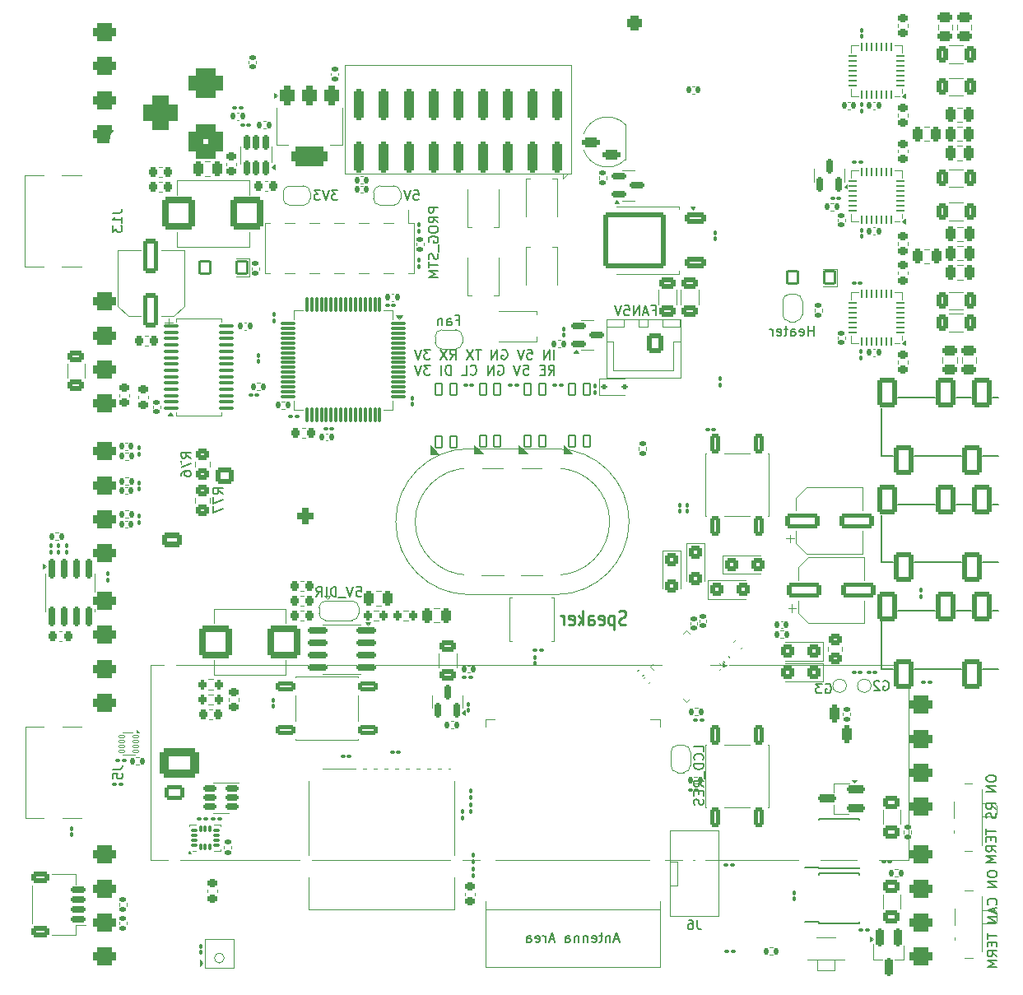
<source format=gbr>
%TF.GenerationSoftware,KiCad,Pcbnew,9.0.3*%
%TF.CreationDate,2025-08-15T14:55:14+02:00*%
%TF.ProjectId,labathome_pcb,6c616261-7468-46f6-9d65-5f7063622e6b,rev?*%
%TF.SameCoordinates,Original*%
%TF.FileFunction,Legend,Bot*%
%TF.FilePolarity,Positive*%
%FSLAX46Y46*%
G04 Gerber Fmt 4.6, Leading zero omitted, Abs format (unit mm)*
G04 Created by KiCad (PCBNEW 9.0.3) date 2025-08-15 14:55:14*
%MOMM*%
%LPD*%
G01*
G04 APERTURE LIST*
G04 Aperture macros list*
%AMRoundRect*
0 Rectangle with rounded corners*
0 $1 Rounding radius*
0 $2 $3 $4 $5 $6 $7 $8 $9 X,Y pos of 4 corners*
0 Add a 4 corners polygon primitive as box body*
4,1,4,$2,$3,$4,$5,$6,$7,$8,$9,$2,$3,0*
0 Add four circle primitives for the rounded corners*
1,1,$1+$1,$2,$3*
1,1,$1+$1,$4,$5*
1,1,$1+$1,$6,$7*
1,1,$1+$1,$8,$9*
0 Add four rect primitives between the rounded corners*
20,1,$1+$1,$2,$3,$4,$5,0*
20,1,$1+$1,$4,$5,$6,$7,0*
20,1,$1+$1,$6,$7,$8,$9,0*
20,1,$1+$1,$8,$9,$2,$3,0*%
%AMHorizOval*
0 Thick line with rounded ends*
0 $1 width*
0 $2 $3 position (X,Y) of the first rounded end (center of the circle)*
0 $4 $5 position (X,Y) of the second rounded end (center of the circle)*
0 Add line between two ends*
20,1,$1,$2,$3,$4,$5,0*
0 Add two circle primitives to create the rounded ends*
1,1,$1,$2,$3*
1,1,$1,$4,$5*%
%AMRotRect*
0 Rectangle, with rotation*
0 The origin of the aperture is its center*
0 $1 length*
0 $2 width*
0 $3 Rotation angle, in degrees counterclockwise*
0 Add horizontal line*
21,1,$1,$2,0,0,$3*%
%AMFreePoly0*
4,1,23,0.500000,-0.750000,0.000000,-0.750000,0.000000,-0.745722,-0.065263,-0.745722,-0.191342,-0.711940,-0.304381,-0.646677,-0.396677,-0.554381,-0.461940,-0.441342,-0.495722,-0.315263,-0.495722,-0.250000,-0.500000,-0.250000,-0.500000,0.250000,-0.495722,0.250000,-0.495722,0.315263,-0.461940,0.441342,-0.396677,0.554381,-0.304381,0.646677,-0.191342,0.711940,-0.065263,0.745722,0.000000,0.745722,
0.000000,0.750000,0.500000,0.750000,0.500000,-0.750000,0.500000,-0.750000,$1*%
%AMFreePoly1*
4,1,23,0.000000,0.745722,0.065263,0.745722,0.191342,0.711940,0.304381,0.646677,0.396677,0.554381,0.461940,0.441342,0.495722,0.315263,0.495722,0.250000,0.500000,0.250000,0.500000,-0.250000,0.495722,-0.250000,0.495722,-0.315263,0.461940,-0.441342,0.396677,-0.554381,0.304381,-0.646677,0.191342,-0.711940,0.065263,-0.745722,0.000000,-0.745722,0.000000,-0.750000,-0.500000,-0.750000,
-0.500000,0.750000,0.000000,0.750000,0.000000,0.745722,0.000000,0.745722,$1*%
%AMFreePoly2*
4,1,23,0.550000,-0.750000,0.000000,-0.750000,0.000000,-0.745722,-0.065263,-0.745722,-0.191342,-0.711940,-0.304381,-0.646677,-0.396677,-0.554381,-0.461940,-0.441342,-0.495722,-0.315263,-0.495722,-0.250000,-0.500000,-0.250000,-0.500000,0.250000,-0.495722,0.250000,-0.495722,0.315263,-0.461940,0.441342,-0.396677,0.554381,-0.304381,0.646677,-0.191342,0.711940,-0.065263,0.745722,0.000000,0.745722,
0.000000,0.750000,0.550000,0.750000,0.550000,-0.750000,0.550000,-0.750000,$1*%
%AMFreePoly3*
4,1,23,0.000000,0.745722,0.065263,0.745722,0.191342,0.711940,0.304381,0.646677,0.396677,0.554381,0.461940,0.441342,0.495722,0.315263,0.495722,0.250000,0.500000,0.250000,0.500000,-0.250000,0.495722,-0.250000,0.495722,-0.315263,0.461940,-0.441342,0.396677,-0.554381,0.304381,-0.646677,0.191342,-0.711940,0.065263,-0.745722,0.000000,-0.745722,0.000000,-0.750000,-0.550000,-0.750000,
-0.550000,0.750000,0.000000,0.750000,0.000000,0.745722,0.000000,0.745722,$1*%
G04 Aperture macros list end*
%ADD10C,0.250000*%
%ADD11C,0.150000*%
%ADD12C,0.120000*%
%ADD13C,0.100000*%
%ADD14C,1.200000*%
%ADD15R,1.700000X1.700000*%
%ADD16O,1.700000X1.700000*%
%ADD17O,2.000000X1.600000*%
%ADD18RoundRect,0.750000X-1.000000X0.750000X-1.000000X-0.750000X1.000000X-0.750000X1.000000X0.750000X0*%
%ADD19RoundRect,0.750000X-1.000000X1.000000X-1.000000X-1.000000X1.000000X-1.000000X1.000000X1.000000X0*%
%ADD20RoundRect,0.875000X-0.875000X0.875000X-0.875000X-0.875000X0.875000X-0.875000X0.875000X0.875000X0*%
%ADD21RoundRect,0.450000X-0.750000X0.450000X-0.750000X-0.450000X0.750000X-0.450000X0.750000X0.450000X0*%
%ADD22C,1.500000*%
%ADD23R,1.100000X1.800000*%
%ADD24RoundRect,0.275000X-0.275000X-0.625000X0.275000X-0.625000X0.275000X0.625000X-0.275000X0.625000X0*%
%ADD25RoundRect,0.450000X0.750000X-0.450000X0.750000X0.450000X-0.750000X0.450000X-0.750000X-0.450000X0*%
%ADD26RoundRect,0.400000X-0.400000X-0.400000X0.400000X-0.400000X0.400000X0.400000X-0.400000X0.400000X0*%
%ADD27O,1.800000X1.600000*%
%ADD28RoundRect,0.208333X-0.791667X-0.541667X0.791667X-0.541667X0.791667X0.541667X-0.791667X0.541667X0*%
%ADD29O,2.000000X1.400000*%
%ADD30RoundRect,0.258929X0.741071X0.466071X-0.741071X0.466071X-0.741071X-0.466071X0.741071X-0.466071X0*%
%ADD31O,2.000000X1.450000*%
%ADD32O,1.600000X2.200000*%
%ADD33C,1.700000*%
%ADD34R,1.350000X1.350000*%
%ADD35C,1.350000*%
%ADD36C,3.400000*%
%ADD37RoundRect,0.250000X0.675000X-0.600000X0.675000X0.600000X-0.675000X0.600000X-0.675000X-0.600000X0*%
%ADD38O,1.850000X1.700000*%
%ADD39RoundRect,0.500000X0.350000X-0.350000X0.350000X0.350000X-0.350000X0.350000X-0.350000X-0.350000X0*%
%ADD40HorizOval,1.400000X0.000000X0.000000X0.000000X0.000000X0*%
%ADD41C,1.600000*%
%ADD42RoundRect,0.140000X0.140000X0.170000X-0.140000X0.170000X-0.140000X-0.170000X0.140000X-0.170000X0*%
%ADD43RoundRect,0.250000X0.250000X0.475000X-0.250000X0.475000X-0.250000X-0.475000X0.250000X-0.475000X0*%
%ADD44RoundRect,0.100000X0.130000X0.100000X-0.130000X0.100000X-0.130000X-0.100000X0.130000X-0.100000X0*%
%ADD45RoundRect,0.100000X0.100000X-0.130000X0.100000X0.130000X-0.100000X0.130000X-0.100000X-0.130000X0*%
%ADD46RoundRect,0.250000X-0.250000X-0.475000X0.250000X-0.475000X0.250000X0.475000X-0.250000X0.475000X0*%
%ADD47RoundRect,0.250000X-1.500000X-0.550000X1.500000X-0.550000X1.500000X0.550000X-1.500000X0.550000X0*%
%ADD48RoundRect,0.140000X-0.170000X0.140000X-0.170000X-0.140000X0.170000X-0.140000X0.170000X0.140000X0*%
%ADD49RoundRect,0.250000X-0.450000X0.350000X-0.450000X-0.350000X0.450000X-0.350000X0.450000X0.350000X0*%
%ADD50RoundRect,0.200000X-0.200000X-0.275000X0.200000X-0.275000X0.200000X0.275000X-0.200000X0.275000X0*%
%ADD51RoundRect,0.150000X0.150000X-0.587500X0.150000X0.587500X-0.150000X0.587500X-0.150000X-0.587500X0*%
%ADD52O,3.500000X3.500000*%
%ADD53C,3.600000*%
%ADD54RoundRect,0.100000X-0.100000X0.130000X-0.100000X-0.130000X0.100000X-0.130000X0.100000X0.130000X0*%
%ADD55C,0.900000*%
%ADD56R,2.000000X0.700000*%
%ADD57R,0.800000X2.000000*%
%ADD58RoundRect,0.225000X0.225000X0.250000X-0.225000X0.250000X-0.225000X-0.250000X0.225000X-0.250000X0*%
%ADD59RoundRect,0.140000X-0.219203X-0.021213X-0.021213X-0.219203X0.219203X0.021213X0.021213X0.219203X0*%
%ADD60RoundRect,0.135000X0.135000X0.185000X-0.135000X0.185000X-0.135000X-0.185000X0.135000X-0.185000X0*%
%ADD61RoundRect,0.100000X-0.130000X-0.100000X0.130000X-0.100000X0.130000X0.100000X-0.130000X0.100000X0*%
%ADD62C,1.000000*%
%ADD63R,0.700000X1.600000*%
%ADD64R,1.200000X2.200000*%
%ADD65R,1.200000X1.500000*%
%ADD66R,1.600000X1.500000*%
%ADD67RoundRect,0.250000X-0.450000X-0.425000X0.450000X-0.425000X0.450000X0.425000X-0.450000X0.425000X0*%
%ADD68RoundRect,0.100000X-0.637500X-0.100000X0.637500X-0.100000X0.637500X0.100000X-0.637500X0.100000X0*%
%ADD69R,2.850000X5.400000*%
%ADD70RoundRect,0.140000X-0.021213X0.219203X-0.219203X0.021213X0.021213X-0.219203X0.219203X-0.021213X0*%
%ADD71RoundRect,0.335000X-1.340000X-1.365000X1.340000X-1.365000X1.340000X1.365000X-1.340000X1.365000X0*%
%ADD72RoundRect,0.250000X-0.625000X0.312500X-0.625000X-0.312500X0.625000X-0.312500X0.625000X0.312500X0*%
%ADD73RoundRect,0.220000X-0.780000X-0.330000X0.780000X-0.330000X0.780000X0.330000X-0.780000X0.330000X0*%
%ADD74RoundRect,0.082000X-0.328000X-0.618000X0.328000X-0.618000X0.328000X0.618000X-0.328000X0.618000X0*%
%ADD75RoundRect,0.225000X-0.225000X-0.250000X0.225000X-0.250000X0.225000X0.250000X-0.225000X0.250000X0*%
%ADD76RoundRect,0.140000X-0.140000X-0.170000X0.140000X-0.170000X0.140000X0.170000X-0.140000X0.170000X0*%
%ADD77RoundRect,0.140000X0.170000X-0.140000X0.170000X0.140000X-0.170000X0.140000X-0.170000X-0.140000X0*%
%ADD78C,2.000000*%
%ADD79RoundRect,0.135000X-0.135000X-0.185000X0.135000X-0.185000X0.135000X0.185000X-0.135000X0.185000X0*%
%ADD80RoundRect,0.112500X-0.187500X-0.112500X0.187500X-0.112500X0.187500X0.112500X-0.187500X0.112500X0*%
%ADD81RoundRect,0.130000X0.520000X0.670000X-0.520000X0.670000X-0.520000X-0.670000X0.520000X-0.670000X0*%
%ADD82RoundRect,0.220000X0.330000X-0.780000X0.330000X0.780000X-0.330000X0.780000X-0.330000X-0.780000X0*%
%ADD83RoundRect,0.250000X0.750000X-1.250000X0.750000X1.250000X-0.750000X1.250000X-0.750000X-1.250000X0*%
%ADD84RoundRect,0.150000X0.825000X0.150000X-0.825000X0.150000X-0.825000X-0.150000X0.825000X-0.150000X0*%
%ADD85R,2.300000X2.300000*%
%ADD86RoundRect,0.150000X0.512500X0.150000X-0.512500X0.150000X-0.512500X-0.150000X0.512500X-0.150000X0*%
%ADD87R,3.600000X1.500000*%
%ADD88RoundRect,0.100000X-0.162635X0.021213X0.021213X-0.162635X0.162635X-0.021213X-0.021213X0.162635X0*%
%ADD89RoundRect,0.250000X-0.475000X0.250000X-0.475000X-0.250000X0.475000X-0.250000X0.475000X0.250000X0*%
%ADD90RoundRect,0.225000X-0.250000X0.225000X-0.250000X-0.225000X0.250000X-0.225000X0.250000X0.225000X0*%
%ADD91C,0.650000*%
%ADD92R,1.450000X0.600000*%
%ADD93R,1.450000X0.300000*%
%ADD94O,1.600000X1.000000*%
%ADD95O,2.100000X1.000000*%
%ADD96RoundRect,0.250000X0.550000X-1.500000X0.550000X1.500000X-0.550000X1.500000X-0.550000X-1.500000X0*%
%ADD97RoundRect,0.100000X-0.021213X-0.162635X0.162635X0.021213X0.021213X0.162635X-0.162635X-0.021213X0*%
%ADD98RoundRect,0.062500X0.282843X-0.194454X-0.194454X0.282843X-0.282843X0.194454X0.194454X-0.282843X0*%
%ADD99RoundRect,0.062500X0.282843X0.194454X0.194454X0.282843X-0.282843X-0.194454X-0.194454X-0.282843X0*%
%ADD100RotRect,3.600000X3.600000X135.000000*%
%ADD101RoundRect,0.218750X0.026517X-0.335876X0.335876X-0.026517X-0.026517X0.335876X-0.335876X0.026517X0*%
%ADD102RoundRect,0.062500X0.062500X-0.325000X0.062500X0.325000X-0.062500X0.325000X-0.062500X-0.325000X0*%
%ADD103RoundRect,0.062500X0.325000X-0.062500X0.325000X0.062500X-0.325000X0.062500X-0.325000X-0.062500X0*%
%ADD104R,3.750000X3.750000*%
%ADD105RoundRect,0.250000X0.450000X0.425000X-0.450000X0.425000X-0.450000X-0.425000X0.450000X-0.425000X0*%
%ADD106RoundRect,0.225000X0.250000X-0.225000X0.250000X0.225000X-0.250000X0.225000X-0.250000X-0.225000X0*%
%ADD107RoundRect,0.250000X-0.312500X-0.625000X0.312500X-0.625000X0.312500X0.625000X-0.312500X0.625000X0*%
%ADD108RoundRect,0.200000X-0.200000X0.750000X-0.200000X-0.750000X0.200000X-0.750000X0.200000X0.750000X0*%
%ADD109RoundRect,0.250000X0.450000X-0.350000X0.450000X0.350000X-0.450000X0.350000X-0.450000X-0.350000X0*%
%ADD110RoundRect,0.250000X-0.425000X0.450000X-0.425000X-0.450000X0.425000X-0.450000X0.425000X0.450000X0*%
%ADD111RoundRect,0.162500X0.162500X-0.617500X0.162500X0.617500X-0.162500X0.617500X-0.162500X-0.617500X0*%
%ADD112R,0.800000X0.500000*%
%ADD113R,2.200000X3.000000*%
%ADD114R,2.200000X2.000000*%
%ADD115R,2.200000X0.600000*%
%ADD116RoundRect,0.050000X0.285000X0.100000X-0.285000X0.100000X-0.285000X-0.100000X0.285000X-0.100000X0*%
%ADD117RoundRect,0.150000X0.625000X-0.150000X0.625000X0.150000X-0.625000X0.150000X-0.625000X-0.150000X0*%
%ADD118RoundRect,0.250000X0.650000X-0.350000X0.650000X0.350000X-0.650000X0.350000X-0.650000X-0.350000X0*%
%ADD119RoundRect,0.087500X-0.225000X-0.087500X0.225000X-0.087500X0.225000X0.087500X-0.225000X0.087500X0*%
%ADD120RoundRect,0.087500X-0.087500X-0.225000X0.087500X-0.225000X0.087500X0.225000X-0.087500X0.225000X0*%
%ADD121R,1.000000X1.000000*%
%ADD122O,1.000000X1.000000*%
%ADD123FreePoly0,270.000000*%
%ADD124FreePoly1,270.000000*%
%ADD125RoundRect,0.100000X0.021213X0.162635X-0.162635X-0.021213X-0.021213X-0.162635X0.162635X0.021213X0*%
%ADD126C,0.700000*%
%ADD127R,0.900000X1.400000*%
%ADD128R,1.400000X1.200000*%
%ADD129R,1.500000X0.900000*%
%ADD130R,0.900000X1.500000*%
%ADD131R,0.900000X0.900000*%
%ADD132RoundRect,0.135000X-0.185000X0.135000X-0.185000X-0.135000X0.185000X-0.135000X0.185000X0.135000X0*%
%ADD133RoundRect,0.335000X1.340000X1.365000X-1.340000X1.365000X-1.340000X-1.365000X1.340000X-1.365000X0*%
%ADD134RoundRect,0.250000X0.600000X0.750000X-0.600000X0.750000X-0.600000X-0.750000X0.600000X-0.750000X0*%
%ADD135O,1.700000X2.000000*%
%ADD136RoundRect,0.075000X0.700000X0.075000X-0.700000X0.075000X-0.700000X-0.075000X0.700000X-0.075000X0*%
%ADD137RoundRect,0.075000X0.075000X0.700000X-0.075000X0.700000X-0.075000X-0.700000X0.075000X-0.700000X0*%
%ADD138RoundRect,0.150000X-0.150000X0.825000X-0.150000X-0.825000X0.150000X-0.825000X0.150000X0.825000X0*%
%ADD139C,3.200000*%
%ADD140RoundRect,0.428571X-1.571429X-1.071429X1.571429X-1.071429X1.571429X1.071429X-1.571429X1.071429X0*%
%ADD141C,3.500000*%
%ADD142RoundRect,0.250000X0.850000X0.350000X-0.850000X0.350000X-0.850000X-0.350000X0.850000X-0.350000X0*%
%ADD143RoundRect,0.249997X2.950003X2.650003X-2.950003X2.650003X-2.950003X-2.650003X2.950003X-2.650003X0*%
%ADD144RoundRect,0.135000X0.185000X-0.135000X0.185000X0.135000X-0.185000X0.135000X-0.185000X-0.135000X0*%
%ADD145FreePoly2,0.000000*%
%ADD146R,1.000000X1.500000*%
%ADD147FreePoly3,0.000000*%
%ADD148FreePoly0,0.000000*%
%ADD149FreePoly1,0.000000*%
%ADD150RoundRect,0.150000X-0.587500X-0.150000X0.587500X-0.150000X0.587500X0.150000X-0.587500X0.150000X0*%
%ADD151RoundRect,0.375000X-0.375000X0.625000X-0.375000X-0.625000X0.375000X-0.625000X0.375000X0.625000X0*%
%ADD152RoundRect,0.500000X-1.400000X0.500000X-1.400000X-0.500000X1.400000X-0.500000X1.400000X0.500000X0*%
%ADD153FreePoly0,90.000000*%
%ADD154FreePoly1,90.000000*%
%ADD155RoundRect,0.200000X0.750000X0.200000X-0.750000X0.200000X-0.750000X-0.200000X0.750000X-0.200000X0*%
%ADD156RoundRect,0.100000X0.162635X-0.021213X-0.021213X0.162635X-0.162635X0.021213X0.021213X-0.162635X0*%
%ADD157RoundRect,0.250000X0.475000X-0.250000X0.475000X0.250000X-0.475000X0.250000X-0.475000X-0.250000X0*%
%ADD158FreePoly0,180.000000*%
%ADD159FreePoly1,180.000000*%
%ADD160R,1.000000X3.000000*%
%ADD161R,1.800000X1.100000*%
%ADD162RoundRect,0.275000X-0.625000X0.275000X-0.625000X-0.275000X0.625000X-0.275000X0.625000X0.275000X0*%
%ADD163RoundRect,0.250000X0.625000X-0.400000X0.625000X0.400000X-0.625000X0.400000X-0.625000X-0.400000X0*%
%ADD164RoundRect,0.255000X0.255000X-1.330000X0.255000X1.330000X-0.255000X1.330000X-0.255000X-1.330000X0*%
%ADD165R,3.000000X2.200000*%
%ADD166R,2.000000X2.200000*%
%ADD167RoundRect,0.250000X-0.625000X0.400000X-0.625000X-0.400000X0.625000X-0.400000X0.625000X0.400000X0*%
%ADD168RoundRect,0.218750X0.218750X0.256250X-0.218750X0.256250X-0.218750X-0.256250X0.218750X-0.256250X0*%
G04 APERTURE END LIST*
D10*
X161656955Y-113359500D02*
X161485527Y-113430928D01*
X161485527Y-113430928D02*
X161199812Y-113430928D01*
X161199812Y-113430928D02*
X161085527Y-113359500D01*
X161085527Y-113359500D02*
X161028384Y-113288071D01*
X161028384Y-113288071D02*
X160971241Y-113145214D01*
X160971241Y-113145214D02*
X160971241Y-113002357D01*
X160971241Y-113002357D02*
X161028384Y-112859500D01*
X161028384Y-112859500D02*
X161085527Y-112788071D01*
X161085527Y-112788071D02*
X161199812Y-112716642D01*
X161199812Y-112716642D02*
X161428384Y-112645214D01*
X161428384Y-112645214D02*
X161542669Y-112573785D01*
X161542669Y-112573785D02*
X161599812Y-112502357D01*
X161599812Y-112502357D02*
X161656955Y-112359500D01*
X161656955Y-112359500D02*
X161656955Y-112216642D01*
X161656955Y-112216642D02*
X161599812Y-112073785D01*
X161599812Y-112073785D02*
X161542669Y-112002357D01*
X161542669Y-112002357D02*
X161428384Y-111930928D01*
X161428384Y-111930928D02*
X161142669Y-111930928D01*
X161142669Y-111930928D02*
X160971241Y-112002357D01*
X160456955Y-112430928D02*
X160456955Y-113930928D01*
X160456955Y-112502357D02*
X160342670Y-112430928D01*
X160342670Y-112430928D02*
X160114098Y-112430928D01*
X160114098Y-112430928D02*
X159999812Y-112502357D01*
X159999812Y-112502357D02*
X159942670Y-112573785D01*
X159942670Y-112573785D02*
X159885527Y-112716642D01*
X159885527Y-112716642D02*
X159885527Y-113145214D01*
X159885527Y-113145214D02*
X159942670Y-113288071D01*
X159942670Y-113288071D02*
X159999812Y-113359500D01*
X159999812Y-113359500D02*
X160114098Y-113430928D01*
X160114098Y-113430928D02*
X160342670Y-113430928D01*
X160342670Y-113430928D02*
X160456955Y-113359500D01*
X158914098Y-113359500D02*
X159028384Y-113430928D01*
X159028384Y-113430928D02*
X159256956Y-113430928D01*
X159256956Y-113430928D02*
X159371241Y-113359500D01*
X159371241Y-113359500D02*
X159428384Y-113216642D01*
X159428384Y-113216642D02*
X159428384Y-112645214D01*
X159428384Y-112645214D02*
X159371241Y-112502357D01*
X159371241Y-112502357D02*
X159256956Y-112430928D01*
X159256956Y-112430928D02*
X159028384Y-112430928D01*
X159028384Y-112430928D02*
X158914098Y-112502357D01*
X158914098Y-112502357D02*
X158856956Y-112645214D01*
X158856956Y-112645214D02*
X158856956Y-112788071D01*
X158856956Y-112788071D02*
X159428384Y-112930928D01*
X157828385Y-113430928D02*
X157828385Y-112645214D01*
X157828385Y-112645214D02*
X157885527Y-112502357D01*
X157885527Y-112502357D02*
X157999813Y-112430928D01*
X157999813Y-112430928D02*
X158228385Y-112430928D01*
X158228385Y-112430928D02*
X158342670Y-112502357D01*
X157828385Y-113359500D02*
X157942670Y-113430928D01*
X157942670Y-113430928D02*
X158228385Y-113430928D01*
X158228385Y-113430928D02*
X158342670Y-113359500D01*
X158342670Y-113359500D02*
X158399813Y-113216642D01*
X158399813Y-113216642D02*
X158399813Y-113073785D01*
X158399813Y-113073785D02*
X158342670Y-112930928D01*
X158342670Y-112930928D02*
X158228385Y-112859500D01*
X158228385Y-112859500D02*
X157942670Y-112859500D01*
X157942670Y-112859500D02*
X157828385Y-112788071D01*
X157256956Y-113430928D02*
X157256956Y-111930928D01*
X157142671Y-112859500D02*
X156799813Y-113430928D01*
X156799813Y-112430928D02*
X157256956Y-113002357D01*
X155828384Y-113359500D02*
X155942670Y-113430928D01*
X155942670Y-113430928D02*
X156171242Y-113430928D01*
X156171242Y-113430928D02*
X156285527Y-113359500D01*
X156285527Y-113359500D02*
X156342670Y-113216642D01*
X156342670Y-113216642D02*
X156342670Y-112645214D01*
X156342670Y-112645214D02*
X156285527Y-112502357D01*
X156285527Y-112502357D02*
X156171242Y-112430928D01*
X156171242Y-112430928D02*
X155942670Y-112430928D01*
X155942670Y-112430928D02*
X155828384Y-112502357D01*
X155828384Y-112502357D02*
X155771242Y-112645214D01*
X155771242Y-112645214D02*
X155771242Y-112788071D01*
X155771242Y-112788071D02*
X156342670Y-112930928D01*
X155256956Y-113430928D02*
X155256956Y-112430928D01*
X155256956Y-112716642D02*
X155199813Y-112573785D01*
X155199813Y-112573785D02*
X155142671Y-112502357D01*
X155142671Y-112502357D02*
X155028385Y-112430928D01*
X155028385Y-112430928D02*
X154914099Y-112430928D01*
D11*
X154295238Y-86099847D02*
X154295238Y-85099847D01*
X153819048Y-86099847D02*
X153819048Y-85099847D01*
X153819048Y-85099847D02*
X153247620Y-86099847D01*
X153247620Y-86099847D02*
X153247620Y-85099847D01*
X151533334Y-85099847D02*
X152009524Y-85099847D01*
X152009524Y-85099847D02*
X152057143Y-85576037D01*
X152057143Y-85576037D02*
X152009524Y-85528418D01*
X152009524Y-85528418D02*
X151914286Y-85480799D01*
X151914286Y-85480799D02*
X151676191Y-85480799D01*
X151676191Y-85480799D02*
X151580953Y-85528418D01*
X151580953Y-85528418D02*
X151533334Y-85576037D01*
X151533334Y-85576037D02*
X151485715Y-85671275D01*
X151485715Y-85671275D02*
X151485715Y-85909370D01*
X151485715Y-85909370D02*
X151533334Y-86004608D01*
X151533334Y-86004608D02*
X151580953Y-86052228D01*
X151580953Y-86052228D02*
X151676191Y-86099847D01*
X151676191Y-86099847D02*
X151914286Y-86099847D01*
X151914286Y-86099847D02*
X152009524Y-86052228D01*
X152009524Y-86052228D02*
X152057143Y-86004608D01*
X151200000Y-85099847D02*
X150866667Y-86099847D01*
X150866667Y-86099847D02*
X150533334Y-85099847D01*
X148914286Y-85147466D02*
X149009524Y-85099847D01*
X149009524Y-85099847D02*
X149152381Y-85099847D01*
X149152381Y-85099847D02*
X149295238Y-85147466D01*
X149295238Y-85147466D02*
X149390476Y-85242704D01*
X149390476Y-85242704D02*
X149438095Y-85337942D01*
X149438095Y-85337942D02*
X149485714Y-85528418D01*
X149485714Y-85528418D02*
X149485714Y-85671275D01*
X149485714Y-85671275D02*
X149438095Y-85861751D01*
X149438095Y-85861751D02*
X149390476Y-85956989D01*
X149390476Y-85956989D02*
X149295238Y-86052228D01*
X149295238Y-86052228D02*
X149152381Y-86099847D01*
X149152381Y-86099847D02*
X149057143Y-86099847D01*
X149057143Y-86099847D02*
X148914286Y-86052228D01*
X148914286Y-86052228D02*
X148866667Y-86004608D01*
X148866667Y-86004608D02*
X148866667Y-85671275D01*
X148866667Y-85671275D02*
X149057143Y-85671275D01*
X148438095Y-86099847D02*
X148438095Y-85099847D01*
X148438095Y-85099847D02*
X147866667Y-86099847D01*
X147866667Y-86099847D02*
X147866667Y-85099847D01*
X146771428Y-85099847D02*
X146200000Y-85099847D01*
X146485714Y-86099847D02*
X146485714Y-85099847D01*
X145961904Y-85099847D02*
X145295238Y-86099847D01*
X145295238Y-85099847D02*
X145961904Y-86099847D01*
X143580952Y-86099847D02*
X143914285Y-85623656D01*
X144152380Y-86099847D02*
X144152380Y-85099847D01*
X144152380Y-85099847D02*
X143771428Y-85099847D01*
X143771428Y-85099847D02*
X143676190Y-85147466D01*
X143676190Y-85147466D02*
X143628571Y-85195085D01*
X143628571Y-85195085D02*
X143580952Y-85290323D01*
X143580952Y-85290323D02*
X143580952Y-85433180D01*
X143580952Y-85433180D02*
X143628571Y-85528418D01*
X143628571Y-85528418D02*
X143676190Y-85576037D01*
X143676190Y-85576037D02*
X143771428Y-85623656D01*
X143771428Y-85623656D02*
X144152380Y-85623656D01*
X143247618Y-85099847D02*
X142580952Y-86099847D01*
X142580952Y-85099847D02*
X143247618Y-86099847D01*
X141533332Y-85099847D02*
X140914285Y-85099847D01*
X140914285Y-85099847D02*
X141247618Y-85480799D01*
X141247618Y-85480799D02*
X141104761Y-85480799D01*
X141104761Y-85480799D02*
X141009523Y-85528418D01*
X141009523Y-85528418D02*
X140961904Y-85576037D01*
X140961904Y-85576037D02*
X140914285Y-85671275D01*
X140914285Y-85671275D02*
X140914285Y-85909370D01*
X140914285Y-85909370D02*
X140961904Y-86004608D01*
X140961904Y-86004608D02*
X141009523Y-86052228D01*
X141009523Y-86052228D02*
X141104761Y-86099847D01*
X141104761Y-86099847D02*
X141390475Y-86099847D01*
X141390475Y-86099847D02*
X141485713Y-86052228D01*
X141485713Y-86052228D02*
X141533332Y-86004608D01*
X140628570Y-85099847D02*
X140295237Y-86099847D01*
X140295237Y-86099847D02*
X139961904Y-85099847D01*
X153723810Y-87709791D02*
X154057143Y-87233600D01*
X154295238Y-87709791D02*
X154295238Y-86709791D01*
X154295238Y-86709791D02*
X153914286Y-86709791D01*
X153914286Y-86709791D02*
X153819048Y-86757410D01*
X153819048Y-86757410D02*
X153771429Y-86805029D01*
X153771429Y-86805029D02*
X153723810Y-86900267D01*
X153723810Y-86900267D02*
X153723810Y-87043124D01*
X153723810Y-87043124D02*
X153771429Y-87138362D01*
X153771429Y-87138362D02*
X153819048Y-87185981D01*
X153819048Y-87185981D02*
X153914286Y-87233600D01*
X153914286Y-87233600D02*
X154295238Y-87233600D01*
X153295238Y-87185981D02*
X152961905Y-87185981D01*
X152819048Y-87709791D02*
X153295238Y-87709791D01*
X153295238Y-87709791D02*
X153295238Y-86709791D01*
X153295238Y-86709791D02*
X152819048Y-86709791D01*
X151152381Y-86709791D02*
X151628571Y-86709791D01*
X151628571Y-86709791D02*
X151676190Y-87185981D01*
X151676190Y-87185981D02*
X151628571Y-87138362D01*
X151628571Y-87138362D02*
X151533333Y-87090743D01*
X151533333Y-87090743D02*
X151295238Y-87090743D01*
X151295238Y-87090743D02*
X151200000Y-87138362D01*
X151200000Y-87138362D02*
X151152381Y-87185981D01*
X151152381Y-87185981D02*
X151104762Y-87281219D01*
X151104762Y-87281219D02*
X151104762Y-87519314D01*
X151104762Y-87519314D02*
X151152381Y-87614552D01*
X151152381Y-87614552D02*
X151200000Y-87662172D01*
X151200000Y-87662172D02*
X151295238Y-87709791D01*
X151295238Y-87709791D02*
X151533333Y-87709791D01*
X151533333Y-87709791D02*
X151628571Y-87662172D01*
X151628571Y-87662172D02*
X151676190Y-87614552D01*
X150819047Y-86709791D02*
X150485714Y-87709791D01*
X150485714Y-87709791D02*
X150152381Y-86709791D01*
X148533333Y-86757410D02*
X148628571Y-86709791D01*
X148628571Y-86709791D02*
X148771428Y-86709791D01*
X148771428Y-86709791D02*
X148914285Y-86757410D01*
X148914285Y-86757410D02*
X149009523Y-86852648D01*
X149009523Y-86852648D02*
X149057142Y-86947886D01*
X149057142Y-86947886D02*
X149104761Y-87138362D01*
X149104761Y-87138362D02*
X149104761Y-87281219D01*
X149104761Y-87281219D02*
X149057142Y-87471695D01*
X149057142Y-87471695D02*
X149009523Y-87566933D01*
X149009523Y-87566933D02*
X148914285Y-87662172D01*
X148914285Y-87662172D02*
X148771428Y-87709791D01*
X148771428Y-87709791D02*
X148676190Y-87709791D01*
X148676190Y-87709791D02*
X148533333Y-87662172D01*
X148533333Y-87662172D02*
X148485714Y-87614552D01*
X148485714Y-87614552D02*
X148485714Y-87281219D01*
X148485714Y-87281219D02*
X148676190Y-87281219D01*
X148057142Y-87709791D02*
X148057142Y-86709791D01*
X148057142Y-86709791D02*
X147485714Y-87709791D01*
X147485714Y-87709791D02*
X147485714Y-86709791D01*
X145676190Y-87614552D02*
X145723809Y-87662172D01*
X145723809Y-87662172D02*
X145866666Y-87709791D01*
X145866666Y-87709791D02*
X145961904Y-87709791D01*
X145961904Y-87709791D02*
X146104761Y-87662172D01*
X146104761Y-87662172D02*
X146199999Y-87566933D01*
X146199999Y-87566933D02*
X146247618Y-87471695D01*
X146247618Y-87471695D02*
X146295237Y-87281219D01*
X146295237Y-87281219D02*
X146295237Y-87138362D01*
X146295237Y-87138362D02*
X146247618Y-86947886D01*
X146247618Y-86947886D02*
X146199999Y-86852648D01*
X146199999Y-86852648D02*
X146104761Y-86757410D01*
X146104761Y-86757410D02*
X145961904Y-86709791D01*
X145961904Y-86709791D02*
X145866666Y-86709791D01*
X145866666Y-86709791D02*
X145723809Y-86757410D01*
X145723809Y-86757410D02*
X145676190Y-86805029D01*
X144771428Y-87709791D02*
X145247618Y-87709791D01*
X145247618Y-87709791D02*
X145247618Y-86709791D01*
X143676189Y-87709791D02*
X143676189Y-86709791D01*
X143676189Y-86709791D02*
X143438094Y-86709791D01*
X143438094Y-86709791D02*
X143295237Y-86757410D01*
X143295237Y-86757410D02*
X143199999Y-86852648D01*
X143199999Y-86852648D02*
X143152380Y-86947886D01*
X143152380Y-86947886D02*
X143104761Y-87138362D01*
X143104761Y-87138362D02*
X143104761Y-87281219D01*
X143104761Y-87281219D02*
X143152380Y-87471695D01*
X143152380Y-87471695D02*
X143199999Y-87566933D01*
X143199999Y-87566933D02*
X143295237Y-87662172D01*
X143295237Y-87662172D02*
X143438094Y-87709791D01*
X143438094Y-87709791D02*
X143676189Y-87709791D01*
X142676189Y-87709791D02*
X142676189Y-86709791D01*
X141533332Y-86709791D02*
X140914285Y-86709791D01*
X140914285Y-86709791D02*
X141247618Y-87090743D01*
X141247618Y-87090743D02*
X141104761Y-87090743D01*
X141104761Y-87090743D02*
X141009523Y-87138362D01*
X141009523Y-87138362D02*
X140961904Y-87185981D01*
X140961904Y-87185981D02*
X140914285Y-87281219D01*
X140914285Y-87281219D02*
X140914285Y-87519314D01*
X140914285Y-87519314D02*
X140961904Y-87614552D01*
X140961904Y-87614552D02*
X141009523Y-87662172D01*
X141009523Y-87662172D02*
X141104761Y-87709791D01*
X141104761Y-87709791D02*
X141390475Y-87709791D01*
X141390475Y-87709791D02*
X141485713Y-87662172D01*
X141485713Y-87662172D02*
X141533332Y-87614552D01*
X140628570Y-86709791D02*
X140295237Y-87709791D01*
X140295237Y-87709791D02*
X139961904Y-86709791D01*
X116904819Y-96257142D02*
X116428628Y-95923809D01*
X116904819Y-95685714D02*
X115904819Y-95685714D01*
X115904819Y-95685714D02*
X115904819Y-96066666D01*
X115904819Y-96066666D02*
X115952438Y-96161904D01*
X115952438Y-96161904D02*
X116000057Y-96209523D01*
X116000057Y-96209523D02*
X116095295Y-96257142D01*
X116095295Y-96257142D02*
X116238152Y-96257142D01*
X116238152Y-96257142D02*
X116333390Y-96209523D01*
X116333390Y-96209523D02*
X116381009Y-96161904D01*
X116381009Y-96161904D02*
X116428628Y-96066666D01*
X116428628Y-96066666D02*
X116428628Y-95685714D01*
X115904819Y-96590476D02*
X115904819Y-97257142D01*
X115904819Y-97257142D02*
X116904819Y-96828571D01*
X115904819Y-98066666D02*
X115904819Y-97876190D01*
X115904819Y-97876190D02*
X115952438Y-97780952D01*
X115952438Y-97780952D02*
X116000057Y-97733333D01*
X116000057Y-97733333D02*
X116142914Y-97638095D01*
X116142914Y-97638095D02*
X116333390Y-97590476D01*
X116333390Y-97590476D02*
X116714342Y-97590476D01*
X116714342Y-97590476D02*
X116809580Y-97638095D01*
X116809580Y-97638095D02*
X116857200Y-97685714D01*
X116857200Y-97685714D02*
X116904819Y-97780952D01*
X116904819Y-97780952D02*
X116904819Y-97971428D01*
X116904819Y-97971428D02*
X116857200Y-98066666D01*
X116857200Y-98066666D02*
X116809580Y-98114285D01*
X116809580Y-98114285D02*
X116714342Y-98161904D01*
X116714342Y-98161904D02*
X116476247Y-98161904D01*
X116476247Y-98161904D02*
X116381009Y-98114285D01*
X116381009Y-98114285D02*
X116333390Y-98066666D01*
X116333390Y-98066666D02*
X116285771Y-97971428D01*
X116285771Y-97971428D02*
X116285771Y-97780952D01*
X116285771Y-97780952D02*
X116333390Y-97685714D01*
X116333390Y-97685714D02*
X116381009Y-97638095D01*
X116381009Y-97638095D02*
X116476247Y-97590476D01*
X198854819Y-138961904D02*
X198854819Y-139152380D01*
X198854819Y-139152380D02*
X198902438Y-139247618D01*
X198902438Y-139247618D02*
X198997676Y-139342856D01*
X198997676Y-139342856D02*
X199188152Y-139390475D01*
X199188152Y-139390475D02*
X199521485Y-139390475D01*
X199521485Y-139390475D02*
X199711961Y-139342856D01*
X199711961Y-139342856D02*
X199807200Y-139247618D01*
X199807200Y-139247618D02*
X199854819Y-139152380D01*
X199854819Y-139152380D02*
X199854819Y-138961904D01*
X199854819Y-138961904D02*
X199807200Y-138866666D01*
X199807200Y-138866666D02*
X199711961Y-138771428D01*
X199711961Y-138771428D02*
X199521485Y-138723809D01*
X199521485Y-138723809D02*
X199188152Y-138723809D01*
X199188152Y-138723809D02*
X198997676Y-138771428D01*
X198997676Y-138771428D02*
X198902438Y-138866666D01*
X198902438Y-138866666D02*
X198854819Y-138961904D01*
X199854819Y-139819047D02*
X198854819Y-139819047D01*
X198854819Y-139819047D02*
X199854819Y-140390475D01*
X199854819Y-140390475D02*
X198854819Y-140390475D01*
X199759580Y-142199999D02*
X199807200Y-142152380D01*
X199807200Y-142152380D02*
X199854819Y-142009523D01*
X199854819Y-142009523D02*
X199854819Y-141914285D01*
X199854819Y-141914285D02*
X199807200Y-141771428D01*
X199807200Y-141771428D02*
X199711961Y-141676190D01*
X199711961Y-141676190D02*
X199616723Y-141628571D01*
X199616723Y-141628571D02*
X199426247Y-141580952D01*
X199426247Y-141580952D02*
X199283390Y-141580952D01*
X199283390Y-141580952D02*
X199092914Y-141628571D01*
X199092914Y-141628571D02*
X198997676Y-141676190D01*
X198997676Y-141676190D02*
X198902438Y-141771428D01*
X198902438Y-141771428D02*
X198854819Y-141914285D01*
X198854819Y-141914285D02*
X198854819Y-142009523D01*
X198854819Y-142009523D02*
X198902438Y-142152380D01*
X198902438Y-142152380D02*
X198950057Y-142199999D01*
X199569104Y-142580952D02*
X199569104Y-143057142D01*
X199854819Y-142485714D02*
X198854819Y-142819047D01*
X198854819Y-142819047D02*
X199854819Y-143152380D01*
X199854819Y-143485714D02*
X198854819Y-143485714D01*
X198854819Y-143485714D02*
X199854819Y-144057142D01*
X199854819Y-144057142D02*
X198854819Y-144057142D01*
X198854819Y-145152381D02*
X198854819Y-145723809D01*
X199854819Y-145438095D02*
X198854819Y-145438095D01*
X199331009Y-146057143D02*
X199331009Y-146390476D01*
X199854819Y-146533333D02*
X199854819Y-146057143D01*
X199854819Y-146057143D02*
X198854819Y-146057143D01*
X198854819Y-146057143D02*
X198854819Y-146533333D01*
X199854819Y-147533333D02*
X199378628Y-147200000D01*
X199854819Y-146961905D02*
X198854819Y-146961905D01*
X198854819Y-146961905D02*
X198854819Y-147342857D01*
X198854819Y-147342857D02*
X198902438Y-147438095D01*
X198902438Y-147438095D02*
X198950057Y-147485714D01*
X198950057Y-147485714D02*
X199045295Y-147533333D01*
X199045295Y-147533333D02*
X199188152Y-147533333D01*
X199188152Y-147533333D02*
X199283390Y-147485714D01*
X199283390Y-147485714D02*
X199331009Y-147438095D01*
X199331009Y-147438095D02*
X199378628Y-147342857D01*
X199378628Y-147342857D02*
X199378628Y-146961905D01*
X199854819Y-147961905D02*
X198854819Y-147961905D01*
X198854819Y-147961905D02*
X199569104Y-148295238D01*
X199569104Y-148295238D02*
X198854819Y-148628571D01*
X198854819Y-148628571D02*
X199854819Y-148628571D01*
X182214285Y-119502438D02*
X182309523Y-119454819D01*
X182309523Y-119454819D02*
X182452380Y-119454819D01*
X182452380Y-119454819D02*
X182595237Y-119502438D01*
X182595237Y-119502438D02*
X182690475Y-119597676D01*
X182690475Y-119597676D02*
X182738094Y-119692914D01*
X182738094Y-119692914D02*
X182785713Y-119883390D01*
X182785713Y-119883390D02*
X182785713Y-120026247D01*
X182785713Y-120026247D02*
X182738094Y-120216723D01*
X182738094Y-120216723D02*
X182690475Y-120311961D01*
X182690475Y-120311961D02*
X182595237Y-120407200D01*
X182595237Y-120407200D02*
X182452380Y-120454819D01*
X182452380Y-120454819D02*
X182357142Y-120454819D01*
X182357142Y-120454819D02*
X182214285Y-120407200D01*
X182214285Y-120407200D02*
X182166666Y-120359580D01*
X182166666Y-120359580D02*
X182166666Y-120026247D01*
X182166666Y-120026247D02*
X182357142Y-120026247D01*
X181833332Y-119454819D02*
X181214285Y-119454819D01*
X181214285Y-119454819D02*
X181547618Y-119835771D01*
X181547618Y-119835771D02*
X181404761Y-119835771D01*
X181404761Y-119835771D02*
X181309523Y-119883390D01*
X181309523Y-119883390D02*
X181261904Y-119931009D01*
X181261904Y-119931009D02*
X181214285Y-120026247D01*
X181214285Y-120026247D02*
X181214285Y-120264342D01*
X181214285Y-120264342D02*
X181261904Y-120359580D01*
X181261904Y-120359580D02*
X181309523Y-120407200D01*
X181309523Y-120407200D02*
X181404761Y-120454819D01*
X181404761Y-120454819D02*
X181690475Y-120454819D01*
X181690475Y-120454819D02*
X181785713Y-120407200D01*
X181785713Y-120407200D02*
X181833332Y-120359580D01*
X198754819Y-129138095D02*
X198754819Y-129328571D01*
X198754819Y-129328571D02*
X198802438Y-129423809D01*
X198802438Y-129423809D02*
X198897676Y-129519047D01*
X198897676Y-129519047D02*
X199088152Y-129566666D01*
X199088152Y-129566666D02*
X199421485Y-129566666D01*
X199421485Y-129566666D02*
X199611961Y-129519047D01*
X199611961Y-129519047D02*
X199707200Y-129423809D01*
X199707200Y-129423809D02*
X199754819Y-129328571D01*
X199754819Y-129328571D02*
X199754819Y-129138095D01*
X199754819Y-129138095D02*
X199707200Y-129042857D01*
X199707200Y-129042857D02*
X199611961Y-128947619D01*
X199611961Y-128947619D02*
X199421485Y-128900000D01*
X199421485Y-128900000D02*
X199088152Y-128900000D01*
X199088152Y-128900000D02*
X198897676Y-128947619D01*
X198897676Y-128947619D02*
X198802438Y-129042857D01*
X198802438Y-129042857D02*
X198754819Y-129138095D01*
X199754819Y-129995238D02*
X198754819Y-129995238D01*
X198754819Y-129995238D02*
X199754819Y-130566666D01*
X199754819Y-130566666D02*
X198754819Y-130566666D01*
X199754819Y-132376190D02*
X199278628Y-132042857D01*
X199754819Y-131804762D02*
X198754819Y-131804762D01*
X198754819Y-131804762D02*
X198754819Y-132185714D01*
X198754819Y-132185714D02*
X198802438Y-132280952D01*
X198802438Y-132280952D02*
X198850057Y-132328571D01*
X198850057Y-132328571D02*
X198945295Y-132376190D01*
X198945295Y-132376190D02*
X199088152Y-132376190D01*
X199088152Y-132376190D02*
X199183390Y-132328571D01*
X199183390Y-132328571D02*
X199231009Y-132280952D01*
X199231009Y-132280952D02*
X199278628Y-132185714D01*
X199278628Y-132185714D02*
X199278628Y-131804762D01*
X199707200Y-132757143D02*
X199754819Y-132900000D01*
X199754819Y-132900000D02*
X199754819Y-133138095D01*
X199754819Y-133138095D02*
X199707200Y-133233333D01*
X199707200Y-133233333D02*
X199659580Y-133280952D01*
X199659580Y-133280952D02*
X199564342Y-133328571D01*
X199564342Y-133328571D02*
X199469104Y-133328571D01*
X199469104Y-133328571D02*
X199373866Y-133280952D01*
X199373866Y-133280952D02*
X199326247Y-133233333D01*
X199326247Y-133233333D02*
X199278628Y-133138095D01*
X199278628Y-133138095D02*
X199231009Y-132947619D01*
X199231009Y-132947619D02*
X199183390Y-132852381D01*
X199183390Y-132852381D02*
X199135771Y-132804762D01*
X199135771Y-132804762D02*
X199040533Y-132757143D01*
X199040533Y-132757143D02*
X198945295Y-132757143D01*
X198945295Y-132757143D02*
X198850057Y-132804762D01*
X198850057Y-132804762D02*
X198802438Y-132852381D01*
X198802438Y-132852381D02*
X198754819Y-132947619D01*
X198754819Y-132947619D02*
X198754819Y-133185714D01*
X198754819Y-133185714D02*
X198802438Y-133328571D01*
X198754819Y-134376191D02*
X198754819Y-134947619D01*
X199754819Y-134661905D02*
X198754819Y-134661905D01*
X199231009Y-135280953D02*
X199231009Y-135614286D01*
X199754819Y-135757143D02*
X199754819Y-135280953D01*
X199754819Y-135280953D02*
X198754819Y-135280953D01*
X198754819Y-135280953D02*
X198754819Y-135757143D01*
X199754819Y-136757143D02*
X199278628Y-136423810D01*
X199754819Y-136185715D02*
X198754819Y-136185715D01*
X198754819Y-136185715D02*
X198754819Y-136566667D01*
X198754819Y-136566667D02*
X198802438Y-136661905D01*
X198802438Y-136661905D02*
X198850057Y-136709524D01*
X198850057Y-136709524D02*
X198945295Y-136757143D01*
X198945295Y-136757143D02*
X199088152Y-136757143D01*
X199088152Y-136757143D02*
X199183390Y-136709524D01*
X199183390Y-136709524D02*
X199231009Y-136661905D01*
X199231009Y-136661905D02*
X199278628Y-136566667D01*
X199278628Y-136566667D02*
X199278628Y-136185715D01*
X199754819Y-137185715D02*
X198754819Y-137185715D01*
X198754819Y-137185715D02*
X199469104Y-137519048D01*
X199469104Y-137519048D02*
X198754819Y-137852381D01*
X198754819Y-137852381D02*
X199754819Y-137852381D01*
X108849819Y-71040476D02*
X109564104Y-71040476D01*
X109564104Y-71040476D02*
X109706961Y-70992857D01*
X109706961Y-70992857D02*
X109802200Y-70897619D01*
X109802200Y-70897619D02*
X109849819Y-70754762D01*
X109849819Y-70754762D02*
X109849819Y-70659524D01*
X109849819Y-72040476D02*
X109849819Y-71469048D01*
X109849819Y-71754762D02*
X108849819Y-71754762D01*
X108849819Y-71754762D02*
X108992676Y-71659524D01*
X108992676Y-71659524D02*
X109087914Y-71564286D01*
X109087914Y-71564286D02*
X109135533Y-71469048D01*
X108849819Y-72373810D02*
X108849819Y-72992857D01*
X108849819Y-72992857D02*
X109230771Y-72659524D01*
X109230771Y-72659524D02*
X109230771Y-72802381D01*
X109230771Y-72802381D02*
X109278390Y-72897619D01*
X109278390Y-72897619D02*
X109326009Y-72945238D01*
X109326009Y-72945238D02*
X109421247Y-72992857D01*
X109421247Y-72992857D02*
X109659342Y-72992857D01*
X109659342Y-72992857D02*
X109754580Y-72945238D01*
X109754580Y-72945238D02*
X109802200Y-72897619D01*
X109802200Y-72897619D02*
X109849819Y-72802381D01*
X109849819Y-72802381D02*
X109849819Y-72516667D01*
X109849819Y-72516667D02*
X109802200Y-72421429D01*
X109802200Y-72421429D02*
X109754580Y-72373810D01*
X120204819Y-99957142D02*
X119728628Y-99623809D01*
X120204819Y-99385714D02*
X119204819Y-99385714D01*
X119204819Y-99385714D02*
X119204819Y-99766666D01*
X119204819Y-99766666D02*
X119252438Y-99861904D01*
X119252438Y-99861904D02*
X119300057Y-99909523D01*
X119300057Y-99909523D02*
X119395295Y-99957142D01*
X119395295Y-99957142D02*
X119538152Y-99957142D01*
X119538152Y-99957142D02*
X119633390Y-99909523D01*
X119633390Y-99909523D02*
X119681009Y-99861904D01*
X119681009Y-99861904D02*
X119728628Y-99766666D01*
X119728628Y-99766666D02*
X119728628Y-99385714D01*
X119204819Y-100290476D02*
X119204819Y-100957142D01*
X119204819Y-100957142D02*
X120204819Y-100528571D01*
X119204819Y-101242857D02*
X119204819Y-101909523D01*
X119204819Y-101909523D02*
X120204819Y-101480952D01*
X169033333Y-143754819D02*
X169033333Y-144469104D01*
X169033333Y-144469104D02*
X169080952Y-144611961D01*
X169080952Y-144611961D02*
X169176190Y-144707200D01*
X169176190Y-144707200D02*
X169319047Y-144754819D01*
X169319047Y-144754819D02*
X169414285Y-144754819D01*
X168128571Y-143754819D02*
X168319047Y-143754819D01*
X168319047Y-143754819D02*
X168414285Y-143802438D01*
X168414285Y-143802438D02*
X168461904Y-143850057D01*
X168461904Y-143850057D02*
X168557142Y-143992914D01*
X168557142Y-143992914D02*
X168604761Y-144183390D01*
X168604761Y-144183390D02*
X168604761Y-144564342D01*
X168604761Y-144564342D02*
X168557142Y-144659580D01*
X168557142Y-144659580D02*
X168509523Y-144707200D01*
X168509523Y-144707200D02*
X168414285Y-144754819D01*
X168414285Y-144754819D02*
X168223809Y-144754819D01*
X168223809Y-144754819D02*
X168128571Y-144707200D01*
X168128571Y-144707200D02*
X168080952Y-144659580D01*
X168080952Y-144659580D02*
X168033333Y-144564342D01*
X168033333Y-144564342D02*
X168033333Y-144326247D01*
X168033333Y-144326247D02*
X168080952Y-144231009D01*
X168080952Y-144231009D02*
X168128571Y-144183390D01*
X168128571Y-144183390D02*
X168223809Y-144135771D01*
X168223809Y-144135771D02*
X168414285Y-144135771D01*
X168414285Y-144135771D02*
X168509523Y-144183390D01*
X168509523Y-144183390D02*
X168557142Y-144231009D01*
X168557142Y-144231009D02*
X168604761Y-144326247D01*
X169654819Y-126399999D02*
X169654819Y-125923809D01*
X169654819Y-125923809D02*
X168654819Y-125923809D01*
X169559580Y-127304761D02*
X169607200Y-127257142D01*
X169607200Y-127257142D02*
X169654819Y-127114285D01*
X169654819Y-127114285D02*
X169654819Y-127019047D01*
X169654819Y-127019047D02*
X169607200Y-126876190D01*
X169607200Y-126876190D02*
X169511961Y-126780952D01*
X169511961Y-126780952D02*
X169416723Y-126733333D01*
X169416723Y-126733333D02*
X169226247Y-126685714D01*
X169226247Y-126685714D02*
X169083390Y-126685714D01*
X169083390Y-126685714D02*
X168892914Y-126733333D01*
X168892914Y-126733333D02*
X168797676Y-126780952D01*
X168797676Y-126780952D02*
X168702438Y-126876190D01*
X168702438Y-126876190D02*
X168654819Y-127019047D01*
X168654819Y-127019047D02*
X168654819Y-127114285D01*
X168654819Y-127114285D02*
X168702438Y-127257142D01*
X168702438Y-127257142D02*
X168750057Y-127304761D01*
X169654819Y-127733333D02*
X168654819Y-127733333D01*
X168654819Y-127733333D02*
X168654819Y-127971428D01*
X168654819Y-127971428D02*
X168702438Y-128114285D01*
X168702438Y-128114285D02*
X168797676Y-128209523D01*
X168797676Y-128209523D02*
X168892914Y-128257142D01*
X168892914Y-128257142D02*
X169083390Y-128304761D01*
X169083390Y-128304761D02*
X169226247Y-128304761D01*
X169226247Y-128304761D02*
X169416723Y-128257142D01*
X169416723Y-128257142D02*
X169511961Y-128209523D01*
X169511961Y-128209523D02*
X169607200Y-128114285D01*
X169607200Y-128114285D02*
X169654819Y-127971428D01*
X169654819Y-127971428D02*
X169654819Y-127733333D01*
X169750057Y-128495238D02*
X169750057Y-129257142D01*
X169654819Y-130066666D02*
X169178628Y-129733333D01*
X169654819Y-129495238D02*
X168654819Y-129495238D01*
X168654819Y-129495238D02*
X168654819Y-129876190D01*
X168654819Y-129876190D02*
X168702438Y-129971428D01*
X168702438Y-129971428D02*
X168750057Y-130019047D01*
X168750057Y-130019047D02*
X168845295Y-130066666D01*
X168845295Y-130066666D02*
X168988152Y-130066666D01*
X168988152Y-130066666D02*
X169083390Y-130019047D01*
X169083390Y-130019047D02*
X169131009Y-129971428D01*
X169131009Y-129971428D02*
X169178628Y-129876190D01*
X169178628Y-129876190D02*
X169178628Y-129495238D01*
X169131009Y-130495238D02*
X169131009Y-130828571D01*
X169654819Y-130971428D02*
X169654819Y-130495238D01*
X169654819Y-130495238D02*
X168654819Y-130495238D01*
X168654819Y-130495238D02*
X168654819Y-130971428D01*
X169607200Y-131352381D02*
X169654819Y-131495238D01*
X169654819Y-131495238D02*
X169654819Y-131733333D01*
X169654819Y-131733333D02*
X169607200Y-131828571D01*
X169607200Y-131828571D02*
X169559580Y-131876190D01*
X169559580Y-131876190D02*
X169464342Y-131923809D01*
X169464342Y-131923809D02*
X169369104Y-131923809D01*
X169369104Y-131923809D02*
X169273866Y-131876190D01*
X169273866Y-131876190D02*
X169226247Y-131828571D01*
X169226247Y-131828571D02*
X169178628Y-131733333D01*
X169178628Y-131733333D02*
X169131009Y-131542857D01*
X169131009Y-131542857D02*
X169083390Y-131447619D01*
X169083390Y-131447619D02*
X169035771Y-131400000D01*
X169035771Y-131400000D02*
X168940533Y-131352381D01*
X168940533Y-131352381D02*
X168845295Y-131352381D01*
X168845295Y-131352381D02*
X168750057Y-131400000D01*
X168750057Y-131400000D02*
X168702438Y-131447619D01*
X168702438Y-131447619D02*
X168654819Y-131542857D01*
X168654819Y-131542857D02*
X168654819Y-131780952D01*
X168654819Y-131780952D02*
X168702438Y-131923809D01*
X160961905Y-145779104D02*
X160485715Y-145779104D01*
X161057143Y-146064819D02*
X160723810Y-145064819D01*
X160723810Y-145064819D02*
X160390477Y-146064819D01*
X160057143Y-145398152D02*
X160057143Y-146064819D01*
X160057143Y-145493390D02*
X160009524Y-145445771D01*
X160009524Y-145445771D02*
X159914286Y-145398152D01*
X159914286Y-145398152D02*
X159771429Y-145398152D01*
X159771429Y-145398152D02*
X159676191Y-145445771D01*
X159676191Y-145445771D02*
X159628572Y-145541009D01*
X159628572Y-145541009D02*
X159628572Y-146064819D01*
X159295238Y-145398152D02*
X158914286Y-145398152D01*
X159152381Y-145064819D02*
X159152381Y-145921961D01*
X159152381Y-145921961D02*
X159104762Y-146017200D01*
X159104762Y-146017200D02*
X159009524Y-146064819D01*
X159009524Y-146064819D02*
X158914286Y-146064819D01*
X158200000Y-146017200D02*
X158295238Y-146064819D01*
X158295238Y-146064819D02*
X158485714Y-146064819D01*
X158485714Y-146064819D02*
X158580952Y-146017200D01*
X158580952Y-146017200D02*
X158628571Y-145921961D01*
X158628571Y-145921961D02*
X158628571Y-145541009D01*
X158628571Y-145541009D02*
X158580952Y-145445771D01*
X158580952Y-145445771D02*
X158485714Y-145398152D01*
X158485714Y-145398152D02*
X158295238Y-145398152D01*
X158295238Y-145398152D02*
X158200000Y-145445771D01*
X158200000Y-145445771D02*
X158152381Y-145541009D01*
X158152381Y-145541009D02*
X158152381Y-145636247D01*
X158152381Y-145636247D02*
X158628571Y-145731485D01*
X157723809Y-145398152D02*
X157723809Y-146064819D01*
X157723809Y-145493390D02*
X157676190Y-145445771D01*
X157676190Y-145445771D02*
X157580952Y-145398152D01*
X157580952Y-145398152D02*
X157438095Y-145398152D01*
X157438095Y-145398152D02*
X157342857Y-145445771D01*
X157342857Y-145445771D02*
X157295238Y-145541009D01*
X157295238Y-145541009D02*
X157295238Y-146064819D01*
X156819047Y-145398152D02*
X156819047Y-146064819D01*
X156819047Y-145493390D02*
X156771428Y-145445771D01*
X156771428Y-145445771D02*
X156676190Y-145398152D01*
X156676190Y-145398152D02*
X156533333Y-145398152D01*
X156533333Y-145398152D02*
X156438095Y-145445771D01*
X156438095Y-145445771D02*
X156390476Y-145541009D01*
X156390476Y-145541009D02*
X156390476Y-146064819D01*
X155485714Y-146064819D02*
X155485714Y-145541009D01*
X155485714Y-145541009D02*
X155533333Y-145445771D01*
X155533333Y-145445771D02*
X155628571Y-145398152D01*
X155628571Y-145398152D02*
X155819047Y-145398152D01*
X155819047Y-145398152D02*
X155914285Y-145445771D01*
X155485714Y-146017200D02*
X155580952Y-146064819D01*
X155580952Y-146064819D02*
X155819047Y-146064819D01*
X155819047Y-146064819D02*
X155914285Y-146017200D01*
X155914285Y-146017200D02*
X155961904Y-145921961D01*
X155961904Y-145921961D02*
X155961904Y-145826723D01*
X155961904Y-145826723D02*
X155914285Y-145731485D01*
X155914285Y-145731485D02*
X155819047Y-145683866D01*
X155819047Y-145683866D02*
X155580952Y-145683866D01*
X155580952Y-145683866D02*
X155485714Y-145636247D01*
X154295237Y-145779104D02*
X153819047Y-145779104D01*
X154390475Y-146064819D02*
X154057142Y-145064819D01*
X154057142Y-145064819D02*
X153723809Y-146064819D01*
X153390475Y-146064819D02*
X153390475Y-145398152D01*
X153390475Y-145588628D02*
X153342856Y-145493390D01*
X153342856Y-145493390D02*
X153295237Y-145445771D01*
X153295237Y-145445771D02*
X153199999Y-145398152D01*
X153199999Y-145398152D02*
X153104761Y-145398152D01*
X152390475Y-146017200D02*
X152485713Y-146064819D01*
X152485713Y-146064819D02*
X152676189Y-146064819D01*
X152676189Y-146064819D02*
X152771427Y-146017200D01*
X152771427Y-146017200D02*
X152819046Y-145921961D01*
X152819046Y-145921961D02*
X152819046Y-145541009D01*
X152819046Y-145541009D02*
X152771427Y-145445771D01*
X152771427Y-145445771D02*
X152676189Y-145398152D01*
X152676189Y-145398152D02*
X152485713Y-145398152D01*
X152485713Y-145398152D02*
X152390475Y-145445771D01*
X152390475Y-145445771D02*
X152342856Y-145541009D01*
X152342856Y-145541009D02*
X152342856Y-145636247D01*
X152342856Y-145636247D02*
X152819046Y-145731485D01*
X151485713Y-146064819D02*
X151485713Y-145541009D01*
X151485713Y-145541009D02*
X151533332Y-145445771D01*
X151533332Y-145445771D02*
X151628570Y-145398152D01*
X151628570Y-145398152D02*
X151819046Y-145398152D01*
X151819046Y-145398152D02*
X151914284Y-145445771D01*
X151485713Y-146017200D02*
X151580951Y-146064819D01*
X151580951Y-146064819D02*
X151819046Y-146064819D01*
X151819046Y-146064819D02*
X151914284Y-146017200D01*
X151914284Y-146017200D02*
X151961903Y-145921961D01*
X151961903Y-145921961D02*
X151961903Y-145826723D01*
X151961903Y-145826723D02*
X151914284Y-145731485D01*
X151914284Y-145731485D02*
X151819046Y-145683866D01*
X151819046Y-145683866D02*
X151580951Y-145683866D01*
X151580951Y-145683866D02*
X151485713Y-145636247D01*
X164414285Y-81056009D02*
X164747618Y-81056009D01*
X164747618Y-81579819D02*
X164747618Y-80579819D01*
X164747618Y-80579819D02*
X164271428Y-80579819D01*
X163938094Y-81294104D02*
X163461904Y-81294104D01*
X164033332Y-81579819D02*
X163699999Y-80579819D01*
X163699999Y-80579819D02*
X163366666Y-81579819D01*
X163033332Y-81579819D02*
X163033332Y-80579819D01*
X163033332Y-80579819D02*
X162461904Y-81579819D01*
X162461904Y-81579819D02*
X162461904Y-80579819D01*
X161509523Y-80579819D02*
X161985713Y-80579819D01*
X161985713Y-80579819D02*
X162033332Y-81056009D01*
X162033332Y-81056009D02*
X161985713Y-81008390D01*
X161985713Y-81008390D02*
X161890475Y-80960771D01*
X161890475Y-80960771D02*
X161652380Y-80960771D01*
X161652380Y-80960771D02*
X161557142Y-81008390D01*
X161557142Y-81008390D02*
X161509523Y-81056009D01*
X161509523Y-81056009D02*
X161461904Y-81151247D01*
X161461904Y-81151247D02*
X161461904Y-81389342D01*
X161461904Y-81389342D02*
X161509523Y-81484580D01*
X161509523Y-81484580D02*
X161557142Y-81532200D01*
X161557142Y-81532200D02*
X161652380Y-81579819D01*
X161652380Y-81579819D02*
X161890475Y-81579819D01*
X161890475Y-81579819D02*
X161985713Y-81532200D01*
X161985713Y-81532200D02*
X162033332Y-81484580D01*
X161176189Y-80579819D02*
X160842856Y-81579819D01*
X160842856Y-81579819D02*
X160509523Y-80579819D01*
X133959523Y-109504819D02*
X134435713Y-109504819D01*
X134435713Y-109504819D02*
X134483332Y-109981009D01*
X134483332Y-109981009D02*
X134435713Y-109933390D01*
X134435713Y-109933390D02*
X134340475Y-109885771D01*
X134340475Y-109885771D02*
X134102380Y-109885771D01*
X134102380Y-109885771D02*
X134007142Y-109933390D01*
X134007142Y-109933390D02*
X133959523Y-109981009D01*
X133959523Y-109981009D02*
X133911904Y-110076247D01*
X133911904Y-110076247D02*
X133911904Y-110314342D01*
X133911904Y-110314342D02*
X133959523Y-110409580D01*
X133959523Y-110409580D02*
X134007142Y-110457200D01*
X134007142Y-110457200D02*
X134102380Y-110504819D01*
X134102380Y-110504819D02*
X134340475Y-110504819D01*
X134340475Y-110504819D02*
X134435713Y-110457200D01*
X134435713Y-110457200D02*
X134483332Y-110409580D01*
X133626189Y-109504819D02*
X133292856Y-110504819D01*
X133292856Y-110504819D02*
X132959523Y-109504819D01*
X132864285Y-110600057D02*
X132102380Y-110600057D01*
X131864284Y-110504819D02*
X131864284Y-109504819D01*
X131864284Y-109504819D02*
X131626189Y-109504819D01*
X131626189Y-109504819D02*
X131483332Y-109552438D01*
X131483332Y-109552438D02*
X131388094Y-109647676D01*
X131388094Y-109647676D02*
X131340475Y-109742914D01*
X131340475Y-109742914D02*
X131292856Y-109933390D01*
X131292856Y-109933390D02*
X131292856Y-110076247D01*
X131292856Y-110076247D02*
X131340475Y-110266723D01*
X131340475Y-110266723D02*
X131388094Y-110361961D01*
X131388094Y-110361961D02*
X131483332Y-110457200D01*
X131483332Y-110457200D02*
X131626189Y-110504819D01*
X131626189Y-110504819D02*
X131864284Y-110504819D01*
X130864284Y-110504819D02*
X130864284Y-109504819D01*
X129816666Y-110504819D02*
X130149999Y-110028628D01*
X130388094Y-110504819D02*
X130388094Y-109504819D01*
X130388094Y-109504819D02*
X130007142Y-109504819D01*
X130007142Y-109504819D02*
X129911904Y-109552438D01*
X129911904Y-109552438D02*
X129864285Y-109600057D01*
X129864285Y-109600057D02*
X129816666Y-109695295D01*
X129816666Y-109695295D02*
X129816666Y-109838152D01*
X129816666Y-109838152D02*
X129864285Y-109933390D01*
X129864285Y-109933390D02*
X129911904Y-109981009D01*
X129911904Y-109981009D02*
X130007142Y-110028628D01*
X130007142Y-110028628D02*
X130388094Y-110028628D01*
X144211904Y-82081009D02*
X144545237Y-82081009D01*
X144545237Y-82604819D02*
X144545237Y-81604819D01*
X144545237Y-81604819D02*
X144069047Y-81604819D01*
X143259523Y-82604819D02*
X143259523Y-82081009D01*
X143259523Y-82081009D02*
X143307142Y-81985771D01*
X143307142Y-81985771D02*
X143402380Y-81938152D01*
X143402380Y-81938152D02*
X143592856Y-81938152D01*
X143592856Y-81938152D02*
X143688094Y-81985771D01*
X143259523Y-82557200D02*
X143354761Y-82604819D01*
X143354761Y-82604819D02*
X143592856Y-82604819D01*
X143592856Y-82604819D02*
X143688094Y-82557200D01*
X143688094Y-82557200D02*
X143735713Y-82461961D01*
X143735713Y-82461961D02*
X143735713Y-82366723D01*
X143735713Y-82366723D02*
X143688094Y-82271485D01*
X143688094Y-82271485D02*
X143592856Y-82223866D01*
X143592856Y-82223866D02*
X143354761Y-82223866D01*
X143354761Y-82223866D02*
X143259523Y-82176247D01*
X142783332Y-81938152D02*
X142783332Y-82604819D01*
X142783332Y-82033390D02*
X142735713Y-81985771D01*
X142735713Y-81985771D02*
X142640475Y-81938152D01*
X142640475Y-81938152D02*
X142497618Y-81938152D01*
X142497618Y-81938152D02*
X142402380Y-81985771D01*
X142402380Y-81985771D02*
X142354761Y-82081009D01*
X142354761Y-82081009D02*
X142354761Y-82604819D01*
X180990476Y-83654819D02*
X180990476Y-82654819D01*
X180990476Y-83131009D02*
X180419048Y-83131009D01*
X180419048Y-83654819D02*
X180419048Y-82654819D01*
X179561905Y-83607200D02*
X179657143Y-83654819D01*
X179657143Y-83654819D02*
X179847619Y-83654819D01*
X179847619Y-83654819D02*
X179942857Y-83607200D01*
X179942857Y-83607200D02*
X179990476Y-83511961D01*
X179990476Y-83511961D02*
X179990476Y-83131009D01*
X179990476Y-83131009D02*
X179942857Y-83035771D01*
X179942857Y-83035771D02*
X179847619Y-82988152D01*
X179847619Y-82988152D02*
X179657143Y-82988152D01*
X179657143Y-82988152D02*
X179561905Y-83035771D01*
X179561905Y-83035771D02*
X179514286Y-83131009D01*
X179514286Y-83131009D02*
X179514286Y-83226247D01*
X179514286Y-83226247D02*
X179990476Y-83321485D01*
X178657143Y-83654819D02*
X178657143Y-83131009D01*
X178657143Y-83131009D02*
X178704762Y-83035771D01*
X178704762Y-83035771D02*
X178800000Y-82988152D01*
X178800000Y-82988152D02*
X178990476Y-82988152D01*
X178990476Y-82988152D02*
X179085714Y-83035771D01*
X178657143Y-83607200D02*
X178752381Y-83654819D01*
X178752381Y-83654819D02*
X178990476Y-83654819D01*
X178990476Y-83654819D02*
X179085714Y-83607200D01*
X179085714Y-83607200D02*
X179133333Y-83511961D01*
X179133333Y-83511961D02*
X179133333Y-83416723D01*
X179133333Y-83416723D02*
X179085714Y-83321485D01*
X179085714Y-83321485D02*
X178990476Y-83273866D01*
X178990476Y-83273866D02*
X178752381Y-83273866D01*
X178752381Y-83273866D02*
X178657143Y-83226247D01*
X178323809Y-82988152D02*
X177942857Y-82988152D01*
X178180952Y-82654819D02*
X178180952Y-83511961D01*
X178180952Y-83511961D02*
X178133333Y-83607200D01*
X178133333Y-83607200D02*
X178038095Y-83654819D01*
X178038095Y-83654819D02*
X177942857Y-83654819D01*
X177228571Y-83607200D02*
X177323809Y-83654819D01*
X177323809Y-83654819D02*
X177514285Y-83654819D01*
X177514285Y-83654819D02*
X177609523Y-83607200D01*
X177609523Y-83607200D02*
X177657142Y-83511961D01*
X177657142Y-83511961D02*
X177657142Y-83131009D01*
X177657142Y-83131009D02*
X177609523Y-83035771D01*
X177609523Y-83035771D02*
X177514285Y-82988152D01*
X177514285Y-82988152D02*
X177323809Y-82988152D01*
X177323809Y-82988152D02*
X177228571Y-83035771D01*
X177228571Y-83035771D02*
X177180952Y-83131009D01*
X177180952Y-83131009D02*
X177180952Y-83226247D01*
X177180952Y-83226247D02*
X177657142Y-83321485D01*
X176752380Y-83654819D02*
X176752380Y-82988152D01*
X176752380Y-83178628D02*
X176704761Y-83083390D01*
X176704761Y-83083390D02*
X176657142Y-83035771D01*
X176657142Y-83035771D02*
X176561904Y-82988152D01*
X176561904Y-82988152D02*
X176466666Y-82988152D01*
X132038094Y-68704819D02*
X131419047Y-68704819D01*
X131419047Y-68704819D02*
X131752380Y-69085771D01*
X131752380Y-69085771D02*
X131609523Y-69085771D01*
X131609523Y-69085771D02*
X131514285Y-69133390D01*
X131514285Y-69133390D02*
X131466666Y-69181009D01*
X131466666Y-69181009D02*
X131419047Y-69276247D01*
X131419047Y-69276247D02*
X131419047Y-69514342D01*
X131419047Y-69514342D02*
X131466666Y-69609580D01*
X131466666Y-69609580D02*
X131514285Y-69657200D01*
X131514285Y-69657200D02*
X131609523Y-69704819D01*
X131609523Y-69704819D02*
X131895237Y-69704819D01*
X131895237Y-69704819D02*
X131990475Y-69657200D01*
X131990475Y-69657200D02*
X132038094Y-69609580D01*
X131133332Y-68704819D02*
X130799999Y-69704819D01*
X130799999Y-69704819D02*
X130466666Y-68704819D01*
X130228570Y-68704819D02*
X129609523Y-68704819D01*
X129609523Y-68704819D02*
X129942856Y-69085771D01*
X129942856Y-69085771D02*
X129799999Y-69085771D01*
X129799999Y-69085771D02*
X129704761Y-69133390D01*
X129704761Y-69133390D02*
X129657142Y-69181009D01*
X129657142Y-69181009D02*
X129609523Y-69276247D01*
X129609523Y-69276247D02*
X129609523Y-69514342D01*
X129609523Y-69514342D02*
X129657142Y-69609580D01*
X129657142Y-69609580D02*
X129704761Y-69657200D01*
X129704761Y-69657200D02*
X129799999Y-69704819D01*
X129799999Y-69704819D02*
X130085713Y-69704819D01*
X130085713Y-69704819D02*
X130180951Y-69657200D01*
X130180951Y-69657200D02*
X130228570Y-69609580D01*
X142354819Y-70454762D02*
X141354819Y-70454762D01*
X141354819Y-70454762D02*
X141354819Y-70835714D01*
X141354819Y-70835714D02*
X141402438Y-70930952D01*
X141402438Y-70930952D02*
X141450057Y-70978571D01*
X141450057Y-70978571D02*
X141545295Y-71026190D01*
X141545295Y-71026190D02*
X141688152Y-71026190D01*
X141688152Y-71026190D02*
X141783390Y-70978571D01*
X141783390Y-70978571D02*
X141831009Y-70930952D01*
X141831009Y-70930952D02*
X141878628Y-70835714D01*
X141878628Y-70835714D02*
X141878628Y-70454762D01*
X142354819Y-72026190D02*
X141878628Y-71692857D01*
X142354819Y-71454762D02*
X141354819Y-71454762D01*
X141354819Y-71454762D02*
X141354819Y-71835714D01*
X141354819Y-71835714D02*
X141402438Y-71930952D01*
X141402438Y-71930952D02*
X141450057Y-71978571D01*
X141450057Y-71978571D02*
X141545295Y-72026190D01*
X141545295Y-72026190D02*
X141688152Y-72026190D01*
X141688152Y-72026190D02*
X141783390Y-71978571D01*
X141783390Y-71978571D02*
X141831009Y-71930952D01*
X141831009Y-71930952D02*
X141878628Y-71835714D01*
X141878628Y-71835714D02*
X141878628Y-71454762D01*
X141354819Y-72645238D02*
X141354819Y-72835714D01*
X141354819Y-72835714D02*
X141402438Y-72930952D01*
X141402438Y-72930952D02*
X141497676Y-73026190D01*
X141497676Y-73026190D02*
X141688152Y-73073809D01*
X141688152Y-73073809D02*
X142021485Y-73073809D01*
X142021485Y-73073809D02*
X142211961Y-73026190D01*
X142211961Y-73026190D02*
X142307200Y-72930952D01*
X142307200Y-72930952D02*
X142354819Y-72835714D01*
X142354819Y-72835714D02*
X142354819Y-72645238D01*
X142354819Y-72645238D02*
X142307200Y-72550000D01*
X142307200Y-72550000D02*
X142211961Y-72454762D01*
X142211961Y-72454762D02*
X142021485Y-72407143D01*
X142021485Y-72407143D02*
X141688152Y-72407143D01*
X141688152Y-72407143D02*
X141497676Y-72454762D01*
X141497676Y-72454762D02*
X141402438Y-72550000D01*
X141402438Y-72550000D02*
X141354819Y-72645238D01*
X141402438Y-74026190D02*
X141354819Y-73930952D01*
X141354819Y-73930952D02*
X141354819Y-73788095D01*
X141354819Y-73788095D02*
X141402438Y-73645238D01*
X141402438Y-73645238D02*
X141497676Y-73550000D01*
X141497676Y-73550000D02*
X141592914Y-73502381D01*
X141592914Y-73502381D02*
X141783390Y-73454762D01*
X141783390Y-73454762D02*
X141926247Y-73454762D01*
X141926247Y-73454762D02*
X142116723Y-73502381D01*
X142116723Y-73502381D02*
X142211961Y-73550000D01*
X142211961Y-73550000D02*
X142307200Y-73645238D01*
X142307200Y-73645238D02*
X142354819Y-73788095D01*
X142354819Y-73788095D02*
X142354819Y-73883333D01*
X142354819Y-73883333D02*
X142307200Y-74026190D01*
X142307200Y-74026190D02*
X142259580Y-74073809D01*
X142259580Y-74073809D02*
X141926247Y-74073809D01*
X141926247Y-74073809D02*
X141926247Y-73883333D01*
X142450057Y-74264286D02*
X142450057Y-75026190D01*
X142307200Y-75216667D02*
X142354819Y-75359524D01*
X142354819Y-75359524D02*
X142354819Y-75597619D01*
X142354819Y-75597619D02*
X142307200Y-75692857D01*
X142307200Y-75692857D02*
X142259580Y-75740476D01*
X142259580Y-75740476D02*
X142164342Y-75788095D01*
X142164342Y-75788095D02*
X142069104Y-75788095D01*
X142069104Y-75788095D02*
X141973866Y-75740476D01*
X141973866Y-75740476D02*
X141926247Y-75692857D01*
X141926247Y-75692857D02*
X141878628Y-75597619D01*
X141878628Y-75597619D02*
X141831009Y-75407143D01*
X141831009Y-75407143D02*
X141783390Y-75311905D01*
X141783390Y-75311905D02*
X141735771Y-75264286D01*
X141735771Y-75264286D02*
X141640533Y-75216667D01*
X141640533Y-75216667D02*
X141545295Y-75216667D01*
X141545295Y-75216667D02*
X141450057Y-75264286D01*
X141450057Y-75264286D02*
X141402438Y-75311905D01*
X141402438Y-75311905D02*
X141354819Y-75407143D01*
X141354819Y-75407143D02*
X141354819Y-75645238D01*
X141354819Y-75645238D02*
X141402438Y-75788095D01*
X141354819Y-76073810D02*
X141354819Y-76645238D01*
X142354819Y-76359524D02*
X141354819Y-76359524D01*
X142354819Y-76978572D02*
X141354819Y-76978572D01*
X141354819Y-76978572D02*
X142069104Y-77311905D01*
X142069104Y-77311905D02*
X141354819Y-77645238D01*
X141354819Y-77645238D02*
X142354819Y-77645238D01*
X108892319Y-128266666D02*
X109606604Y-128266666D01*
X109606604Y-128266666D02*
X109749461Y-128219047D01*
X109749461Y-128219047D02*
X109844700Y-128123809D01*
X109844700Y-128123809D02*
X109892319Y-127980952D01*
X109892319Y-127980952D02*
X109892319Y-127885714D01*
X108892319Y-129219047D02*
X108892319Y-128742857D01*
X108892319Y-128742857D02*
X109368509Y-128695238D01*
X109368509Y-128695238D02*
X109320890Y-128742857D01*
X109320890Y-128742857D02*
X109273271Y-128838095D01*
X109273271Y-128838095D02*
X109273271Y-129076190D01*
X109273271Y-129076190D02*
X109320890Y-129171428D01*
X109320890Y-129171428D02*
X109368509Y-129219047D01*
X109368509Y-129219047D02*
X109463747Y-129266666D01*
X109463747Y-129266666D02*
X109701842Y-129266666D01*
X109701842Y-129266666D02*
X109797080Y-129219047D01*
X109797080Y-129219047D02*
X109844700Y-129171428D01*
X109844700Y-129171428D02*
X109892319Y-129076190D01*
X109892319Y-129076190D02*
X109892319Y-128838095D01*
X109892319Y-128838095D02*
X109844700Y-128742857D01*
X109844700Y-128742857D02*
X109797080Y-128695238D01*
X139840476Y-68704819D02*
X140316666Y-68704819D01*
X140316666Y-68704819D02*
X140364285Y-69181009D01*
X140364285Y-69181009D02*
X140316666Y-69133390D01*
X140316666Y-69133390D02*
X140221428Y-69085771D01*
X140221428Y-69085771D02*
X139983333Y-69085771D01*
X139983333Y-69085771D02*
X139888095Y-69133390D01*
X139888095Y-69133390D02*
X139840476Y-69181009D01*
X139840476Y-69181009D02*
X139792857Y-69276247D01*
X139792857Y-69276247D02*
X139792857Y-69514342D01*
X139792857Y-69514342D02*
X139840476Y-69609580D01*
X139840476Y-69609580D02*
X139888095Y-69657200D01*
X139888095Y-69657200D02*
X139983333Y-69704819D01*
X139983333Y-69704819D02*
X140221428Y-69704819D01*
X140221428Y-69704819D02*
X140316666Y-69657200D01*
X140316666Y-69657200D02*
X140364285Y-69609580D01*
X139507142Y-68704819D02*
X139173809Y-69704819D01*
X139173809Y-69704819D02*
X138840476Y-68704819D01*
X188164285Y-119202438D02*
X188259523Y-119154819D01*
X188259523Y-119154819D02*
X188402380Y-119154819D01*
X188402380Y-119154819D02*
X188545237Y-119202438D01*
X188545237Y-119202438D02*
X188640475Y-119297676D01*
X188640475Y-119297676D02*
X188688094Y-119392914D01*
X188688094Y-119392914D02*
X188735713Y-119583390D01*
X188735713Y-119583390D02*
X188735713Y-119726247D01*
X188735713Y-119726247D02*
X188688094Y-119916723D01*
X188688094Y-119916723D02*
X188640475Y-120011961D01*
X188640475Y-120011961D02*
X188545237Y-120107200D01*
X188545237Y-120107200D02*
X188402380Y-120154819D01*
X188402380Y-120154819D02*
X188307142Y-120154819D01*
X188307142Y-120154819D02*
X188164285Y-120107200D01*
X188164285Y-120107200D02*
X188116666Y-120059580D01*
X188116666Y-120059580D02*
X188116666Y-119726247D01*
X188116666Y-119726247D02*
X188307142Y-119726247D01*
X187735713Y-119250057D02*
X187688094Y-119202438D01*
X187688094Y-119202438D02*
X187592856Y-119154819D01*
X187592856Y-119154819D02*
X187354761Y-119154819D01*
X187354761Y-119154819D02*
X187259523Y-119202438D01*
X187259523Y-119202438D02*
X187211904Y-119250057D01*
X187211904Y-119250057D02*
X187164285Y-119345295D01*
X187164285Y-119345295D02*
X187164285Y-119440533D01*
X187164285Y-119440533D02*
X187211904Y-119583390D01*
X187211904Y-119583390D02*
X187783332Y-120154819D01*
X187783332Y-120154819D02*
X187164285Y-120154819D01*
D12*
%TO.C,C9*%
X110192164Y-99240000D02*
X110407836Y-99240000D01*
X110192164Y-99960000D02*
X110407836Y-99960000D01*
%TO.C,C88*%
X195788748Y-74440000D02*
X196311252Y-74440000D01*
X195788748Y-75910000D02*
X196311252Y-75910000D01*
%TO.C,C43*%
X134392164Y-68240000D02*
X134607836Y-68240000D01*
X134392164Y-68960000D02*
X134607836Y-68960000D01*
%TO.C,C103*%
X192886252Y-62165000D02*
X192363748Y-62165000D01*
X192886252Y-63635000D02*
X192363748Y-63635000D01*
%TO.C,C19*%
X178756250Y-111303750D02*
X178756250Y-112091250D01*
X179150000Y-111697500D02*
X178362500Y-111697500D01*
X179390000Y-108790000D02*
X179390000Y-107504437D01*
X179390000Y-110910000D02*
X179390000Y-112195563D01*
X180454437Y-106440000D02*
X179390000Y-107504437D01*
X180454437Y-113260000D02*
X179390000Y-112195563D01*
X186210000Y-106440000D02*
X180454437Y-106440000D01*
X186210000Y-108790000D02*
X186210000Y-106440000D01*
X186210000Y-110910000D02*
X186210000Y-113260000D01*
X186210000Y-113260000D02*
X180454437Y-113260000D01*
%TO.C,C94*%
X183490000Y-84007836D02*
X183490000Y-83792164D01*
X184210000Y-84007836D02*
X184210000Y-83792164D01*
%TO.C,R76*%
X117365000Y-97127064D02*
X117365000Y-96672936D01*
X118835000Y-97127064D02*
X118835000Y-96672936D01*
%TO.C,R7*%
X119187258Y-120577500D02*
X118712742Y-120577500D01*
X119187258Y-121622500D02*
X118712742Y-121622500D01*
%TO.C,Q6*%
X141740000Y-120650000D02*
X141740000Y-121300000D01*
X141740000Y-121950000D02*
X141740000Y-121300000D01*
X144860000Y-120650000D02*
X144860000Y-121300000D01*
X144860000Y-121950000D02*
X144860000Y-121300000D01*
X145140000Y-122702500D02*
X144810000Y-122462500D01*
X145140000Y-122222500D01*
X145140000Y-122702500D01*
G36*
X145140000Y-122702500D02*
G01*
X144810000Y-122462500D01*
X145140000Y-122222500D01*
X145140000Y-122702500D01*
G37*
%TO.C,SW3*%
X195480000Y-144300000D02*
X195480000Y-142600000D01*
X195480000Y-145800000D02*
X195480000Y-145600000D01*
X196530000Y-147650000D02*
X197320000Y-147650000D01*
X197320000Y-140750000D02*
X196530000Y-140750000D01*
X198330000Y-144100000D02*
X199620000Y-144100000D01*
X198330000Y-147050000D02*
X198330000Y-141350000D01*
X199620000Y-142800000D02*
X198330000Y-142800000D01*
X199830000Y-143000000D02*
X199620000Y-142800000D01*
X199830000Y-143900000D02*
X199620000Y-144100000D01*
X199830000Y-143900000D02*
X199830000Y-143000000D01*
%TO.C,C84*%
X113659420Y-66340000D02*
X113940580Y-66340000D01*
X113659420Y-67360000D02*
X113940580Y-67360000D01*
%TO.C,C14*%
X171821693Y-117280810D02*
X171669190Y-117128307D01*
X172330810Y-116771693D02*
X172178307Y-116619190D01*
%TO.C,R69*%
X123696359Y-88520000D02*
X124003641Y-88520000D01*
X123696359Y-89280000D02*
X124003641Y-89280000D01*
%TO.C,TP6*%
X184355000Y-119685000D02*
G75*
G02*
X182955000Y-119685000I-700000J0D01*
G01*
X182955000Y-119685000D02*
G75*
G02*
X184355000Y-119685000I700000J0D01*
G01*
%TO.C,J17*%
D13*
X144050000Y-128225000D02*
X129050000Y-128225000D01*
X129050000Y-142725000D01*
X144050000Y-142725000D01*
X144050000Y-128225000D01*
D12*
%TO.C,C17*%
X171590000Y-106265000D02*
X171590000Y-108135000D01*
X171590000Y-108135000D02*
X175500000Y-108135000D01*
X175500000Y-106265000D02*
X171590000Y-106265000D01*
%TO.C,U3*%
X115415000Y-81940000D02*
X117725000Y-81940000D01*
X115415000Y-82215000D02*
X115415000Y-81940000D01*
X115415000Y-91585000D02*
X115415000Y-91860000D01*
X115415000Y-91860000D02*
X117725000Y-91860000D01*
X120035000Y-81940000D02*
X117725000Y-81940000D01*
X120035000Y-82215000D02*
X120035000Y-81940000D01*
X120035000Y-91585000D02*
X120035000Y-91860000D01*
X120035000Y-91860000D02*
X117725000Y-91860000D01*
X115065000Y-91915000D02*
X114585000Y-91915000D01*
X114825000Y-91585000D01*
X115065000Y-91915000D01*
G36*
X115065000Y-91915000D02*
G01*
X114585000Y-91915000D01*
X114825000Y-91585000D01*
X115065000Y-91915000D01*
G37*
%TO.C,C12*%
X162819190Y-118171693D02*
X162971693Y-118019190D01*
X163328307Y-118680810D02*
X163480810Y-118528307D01*
%TO.C,L4*%
X115500000Y-69200000D02*
X115500000Y-67700000D01*
X115500000Y-73000000D02*
X115500000Y-74500000D01*
X115500000Y-74500000D02*
X122900000Y-74500000D01*
X122900000Y-67700000D02*
X115500000Y-67700000D01*
X122900000Y-69200000D02*
X122900000Y-67700000D01*
X122900000Y-73000000D02*
X122900000Y-74500000D01*
%TO.C,SW2*%
X195450000Y-133300000D02*
X195450000Y-131600000D01*
X195450000Y-134800000D02*
X195450000Y-134600000D01*
X196500000Y-136650000D02*
X197290000Y-136650000D01*
X197290000Y-129750000D02*
X196500000Y-129750000D01*
X198300000Y-133100000D02*
X199590000Y-133100000D01*
X198300000Y-136050000D02*
X198300000Y-130350000D01*
X199590000Y-131800000D02*
X198300000Y-131800000D01*
X199800000Y-132000000D02*
X199590000Y-131800000D01*
X199800000Y-132900000D02*
X199590000Y-133100000D01*
X199800000Y-132900000D02*
X199800000Y-132000000D01*
%TO.C,R38*%
X104190000Y-88027064D02*
X104190000Y-86572936D01*
X106010000Y-88027064D02*
X106010000Y-86572936D01*
%TO.C,SW5*%
X127670000Y-118800000D02*
X127670000Y-118770000D01*
X127670000Y-120700000D02*
X127670000Y-123300000D01*
X127670000Y-125230000D02*
X127670000Y-125200000D01*
X134130000Y-118770000D02*
X127670000Y-118770000D01*
X134130000Y-118800000D02*
X134130000Y-118770000D01*
X134130000Y-120700000D02*
X134130000Y-123300000D01*
X134130000Y-125200000D02*
X134130000Y-125230000D01*
X134130000Y-125230000D02*
X127670000Y-125230000D01*
D13*
%TO.C,D21*%
X156150000Y-95800000D02*
X155250000Y-95800000D01*
X155250000Y-94900000D01*
X156150000Y-95800000D01*
G36*
X156150000Y-95800000D02*
G01*
X155250000Y-95800000D01*
X155250000Y-94900000D01*
X156150000Y-95800000D01*
G37*
D12*
%TO.C,C28*%
X128490580Y-108940000D02*
X128209420Y-108940000D01*
X128490580Y-109960000D02*
X128209420Y-109960000D01*
%TO.C,C78*%
X192911252Y-74765000D02*
X192388748Y-74765000D01*
X192911252Y-76235000D02*
X192388748Y-76235000D01*
%TO.C,C36*%
X137782836Y-79365000D02*
X137567164Y-79365000D01*
X137782836Y-80085000D02*
X137567164Y-80085000D01*
%TO.C,C38*%
X113040000Y-90892164D02*
X113040000Y-91107836D01*
X113760000Y-90892164D02*
X113760000Y-91107836D01*
%TO.C,C1*%
X142461252Y-111715000D02*
X141938748Y-111715000D01*
X142461252Y-113185000D02*
X141938748Y-113185000D01*
%TO.C,C10*%
X110192164Y-102690000D02*
X110407836Y-102690000D01*
X110192164Y-103410000D02*
X110407836Y-103410000D01*
%TO.C,R3*%
X139237258Y-111927500D02*
X138762742Y-111927500D01*
X139237258Y-112972500D02*
X138762742Y-112972500D01*
%TO.C,LS2*%
X145500000Y-95300000D02*
X154500000Y-95300000D01*
X145500000Y-97300000D02*
X154500000Y-97300000D01*
X145500000Y-108300000D02*
X154500000Y-108300000D01*
X145500000Y-110300000D02*
X154500000Y-110300000D01*
X145500000Y-108300000D02*
G75*
G02*
X145500000Y-97300000I0J5500000D01*
G01*
X145500000Y-110300000D02*
G75*
G02*
X145500000Y-95300000I0J7500000D01*
G01*
X154500000Y-95300000D02*
G75*
G02*
X154500000Y-110300000I0J-7500000D01*
G01*
X154500000Y-97300000D02*
G75*
G02*
X154500000Y-108300000I0J-5500000D01*
G01*
%TO.C,R49*%
X102946359Y-103920000D02*
X103253641Y-103920000D01*
X102946359Y-104680000D02*
X103253641Y-104680000D01*
%TO.C,D20*%
X158890000Y-88050000D02*
X158890000Y-89750000D01*
X161550000Y-88050000D02*
X158890000Y-88050000D01*
X161550000Y-89750000D02*
X158890000Y-89750000D01*
D13*
%TO.C,D19*%
X121550000Y-77550000D02*
X122950000Y-77550000D01*
X122950000Y-75750000D02*
X121550000Y-75750000D01*
X122950000Y-77550000D02*
X122950000Y-75750000D01*
D12*
%TO.C,SW7*%
X169870000Y-95770000D02*
X169870000Y-102230000D01*
X169900000Y-95770000D02*
X169870000Y-95770000D01*
X169900000Y-102230000D02*
X169870000Y-102230000D01*
X171800000Y-95770000D02*
X174400000Y-95770000D01*
X171800000Y-102230000D02*
X174400000Y-102230000D01*
X176300000Y-95770000D02*
X176330000Y-95770000D01*
X176330000Y-95770000D02*
X176330000Y-102230000D01*
X176330000Y-102230000D02*
X176300000Y-102230000D01*
D11*
%TO.C,J14*%
X187925000Y-102100000D02*
X187925000Y-107000000D01*
X187925000Y-107000000D02*
X189175000Y-107000000D01*
X189675000Y-101000000D02*
X193475000Y-101000000D01*
X191375000Y-107000000D02*
X196175000Y-107000000D01*
X195675000Y-101000000D02*
X197175000Y-101000000D01*
X198375000Y-107000000D02*
X199975000Y-107000000D01*
X199975000Y-101000000D02*
X199375000Y-101000000D01*
D12*
%TO.C,U2*%
X130500000Y-113365000D02*
X132450000Y-113365000D01*
X130500000Y-118485000D02*
X132450000Y-118485000D01*
X134400000Y-113365000D02*
X132450000Y-113365000D01*
X134400000Y-118485000D02*
X132450000Y-118485000D01*
X135150000Y-113460000D02*
X134910000Y-113130000D01*
X135390000Y-113130000D01*
X135150000Y-113460000D01*
G36*
X135150000Y-113460000D02*
G01*
X134910000Y-113130000D01*
X135390000Y-113130000D01*
X135150000Y-113460000D01*
G37*
%TO.C,C29*%
X119090580Y-122090000D02*
X118809420Y-122090000D01*
X119090580Y-123110000D02*
X118809420Y-123110000D01*
%TO.C,U8*%
X119250000Y-129640000D02*
X120050000Y-129640000D01*
X119250000Y-132760000D02*
X120050000Y-132760000D01*
X120850000Y-132760000D02*
X120050000Y-132760000D01*
X121850000Y-129640000D02*
X120050000Y-129640000D01*
%TO.C,R73*%
X111246359Y-127070000D02*
X111553641Y-127070000D01*
X111246359Y-127830000D02*
X111553641Y-127830000D01*
%TO.C,LS1*%
X149715000Y-115110000D02*
X149715000Y-110590000D01*
X149915000Y-110590000D02*
X149715000Y-110590000D01*
X149915000Y-115110000D02*
X149715000Y-115110000D01*
X154035000Y-110590000D02*
X154235000Y-110590000D01*
X154035000Y-115110000D02*
X154235000Y-115110000D01*
X154235000Y-115110000D02*
X154235000Y-110590000D01*
%TO.C,C69*%
X195740000Y-52161252D02*
X195740000Y-51638748D01*
X197210000Y-52161252D02*
X197210000Y-51638748D01*
%TO.C,C63*%
X109590000Y-89940580D02*
X109590000Y-89659420D01*
X110610000Y-89940580D02*
X110610000Y-89659420D01*
%TO.C,C67*%
X145607836Y-117590000D02*
X145392164Y-117590000D01*
X145607836Y-118310000D02*
X145392164Y-118310000D01*
%TO.C,C80*%
X118911253Y-65765000D02*
X118388747Y-65765000D01*
X118911253Y-67235000D02*
X118388747Y-67235000D01*
%TO.C,J13*%
X99850000Y-67150000D02*
X99850000Y-76550000D01*
X99850000Y-67150000D02*
X101750000Y-67150000D01*
X99850000Y-76550000D02*
X101750000Y-76550000D01*
X103650000Y-67150000D02*
X105650000Y-67150000D01*
X103650000Y-76550000D02*
X105650000Y-76550000D01*
%TO.C,R28*%
X119187258Y-119027500D02*
X118712742Y-119027500D01*
X119187258Y-120072500D02*
X118712742Y-120072500D01*
%TO.C,C39*%
X109390000Y-74840000D02*
X109390000Y-80595563D01*
X109390000Y-80595563D02*
X110454437Y-81660000D01*
X111740000Y-74840000D02*
X109390000Y-74840000D01*
X111740000Y-81660000D02*
X110454437Y-81660000D01*
X113860000Y-74840000D02*
X116210000Y-74840000D01*
X113860000Y-81660000D02*
X115145563Y-81660000D01*
X114253750Y-82293750D02*
X115041250Y-82293750D01*
X114647500Y-81900000D02*
X114647500Y-82687500D01*
X116210000Y-74840000D02*
X116210000Y-80595563D01*
X116210000Y-80595563D02*
X115145563Y-81660000D01*
%TO.C,C31*%
X128490580Y-110440000D02*
X128209420Y-110440000D01*
X128490580Y-111460000D02*
X128209420Y-111460000D01*
%TO.C,U10*%
X164208903Y-117700000D02*
X164544778Y-118035876D01*
X164544778Y-117364124D02*
X164208903Y-117700000D01*
X167564124Y-114344778D02*
X167900000Y-114008903D01*
X167900000Y-114008903D02*
X168235876Y-114344778D01*
X167900000Y-121391097D02*
X167564124Y-121055222D01*
X168235876Y-121055222D02*
X167900000Y-121391097D01*
X171378965Y-117487868D02*
X171255222Y-117364124D01*
X171421392Y-117869706D02*
X171255222Y-118035876D01*
X171994148Y-117636360D02*
X171591097Y-117700000D01*
X171654737Y-117296949D01*
X171994148Y-117636360D01*
G36*
X171994148Y-117636360D02*
G01*
X171591097Y-117700000D01*
X171654737Y-117296949D01*
X171994148Y-117636360D01*
G37*
%TO.C,FB1*%
X172954478Y-114924273D02*
X172724273Y-115154478D01*
X173675727Y-115645522D02*
X173445522Y-115875727D01*
%TO.C,C72*%
X195763748Y-60190000D02*
X196286252Y-60190000D01*
X195763748Y-61660000D02*
X196286252Y-61660000D01*
%TO.C,U19*%
X184840000Y-66690000D02*
X184840000Y-67415000D01*
X184840000Y-71910000D02*
X184840000Y-71185000D01*
X185565000Y-66690000D02*
X184840000Y-66690000D01*
X185565000Y-71910000D02*
X184840000Y-71910000D01*
X189335000Y-66690000D02*
X190060000Y-66690000D01*
X189820000Y-71910000D02*
X189335000Y-71910000D01*
X190060000Y-66690000D02*
X190060000Y-67415000D01*
X190060000Y-71610000D02*
X190060000Y-71185000D01*
X190390000Y-72150000D02*
X190060000Y-71910000D01*
X190390000Y-71670000D01*
X190390000Y-72150000D01*
G36*
X190390000Y-72150000D02*
G01*
X190060000Y-71910000D01*
X190390000Y-71670000D01*
X190390000Y-72150000D01*
G37*
%TO.C,C20*%
X178050000Y-119235000D02*
X181960000Y-119235000D01*
X181960000Y-117365000D02*
X178050000Y-117365000D01*
X181960000Y-119235000D02*
X181960000Y-117365000D01*
%TO.C,C59*%
X168492164Y-58040000D02*
X168707836Y-58040000D01*
X168492164Y-58760000D02*
X168707836Y-58760000D01*
%TO.C,C86*%
X189690000Y-61140581D02*
X189690000Y-60859419D01*
X190710000Y-61140581D02*
X190710000Y-60859419D01*
%TO.C,C23*%
X178050000Y-117085000D02*
X181960000Y-117085000D01*
X181960000Y-115215000D02*
X178050000Y-115215000D01*
X181960000Y-117085000D02*
X181960000Y-115215000D01*
%TO.C,C56*%
X118590000Y-140659420D02*
X118590000Y-140940580D01*
X119610000Y-140659420D02*
X119610000Y-140940580D01*
%TO.C,C22*%
X177807836Y-113040000D02*
X177592164Y-113040000D01*
X177807836Y-113760000D02*
X177592164Y-113760000D01*
%TO.C,C76*%
X189690000Y-51609420D02*
X189690000Y-51890580D01*
X190710000Y-51609420D02*
X190710000Y-51890580D01*
%TO.C,R35*%
X154646359Y-84145000D02*
X154953641Y-84145000D01*
X154646359Y-84905000D02*
X154953641Y-84905000D01*
%TO.C,R88*%
X196377064Y-81415000D02*
X194922936Y-81415000D01*
X196377064Y-83235000D02*
X194922936Y-83235000D01*
%TO.C,D3*%
X187120000Y-146260000D02*
X187120000Y-147060000D01*
X187120000Y-147860000D02*
X187120000Y-147060000D01*
X188050000Y-147860000D02*
X187120000Y-147860000D01*
X189350000Y-147860000D02*
X190280000Y-147860000D01*
X190280000Y-146400000D02*
X190280000Y-147860000D01*
X187090000Y-145760000D02*
X186760000Y-146000000D01*
X186760000Y-145520000D01*
X187090000Y-145760000D01*
G36*
X187090000Y-145760000D02*
G01*
X186760000Y-146000000D01*
X186760000Y-145520000D01*
X187090000Y-145760000D01*
G37*
%TO.C,C16*%
X170090000Y-108865000D02*
X170090000Y-110735000D01*
X170090000Y-110735000D02*
X174000000Y-110735000D01*
X174000000Y-108865000D02*
X170090000Y-108865000D01*
%TO.C,R77*%
X117365000Y-100372936D02*
X117365000Y-100827064D01*
X118835000Y-100372936D02*
X118835000Y-100827064D01*
%TO.C,C83*%
X113659420Y-67840000D02*
X113940580Y-67840000D01*
X113659420Y-68860000D02*
X113940580Y-68860000D01*
%TO.C,C15*%
X168290000Y-113142164D02*
X168290000Y-113357836D01*
X169010000Y-113142164D02*
X169010000Y-113357836D01*
%TO.C,C61*%
X122607836Y-82340000D02*
X122392164Y-82340000D01*
X122607836Y-83060000D02*
X122392164Y-83060000D01*
%TO.C,R80*%
X196377064Y-66540000D02*
X194922936Y-66540000D01*
X196377064Y-68360000D02*
X194922936Y-68360000D01*
%TO.C,C24*%
X165465000Y-105790000D02*
X165465000Y-109700000D01*
X167335000Y-105790000D02*
X165465000Y-105790000D01*
X167335000Y-109700000D02*
X167335000Y-105790000D01*
%TO.C,R15*%
X165040000Y-80427064D02*
X165040000Y-78972936D01*
X166860000Y-80427064D02*
X166860000Y-78972936D01*
%TO.C,U27*%
X122040000Y-64200000D02*
X122040000Y-66000000D01*
X125260000Y-64200000D02*
X125260000Y-65000000D01*
X125260000Y-65800000D02*
X125260000Y-65000000D01*
X125540000Y-66540000D02*
X125210000Y-66300000D01*
X125540000Y-66060000D01*
X125540000Y-66540000D01*
G36*
X125540000Y-66540000D02*
G01*
X125210000Y-66300000D01*
X125540000Y-66060000D01*
X125540000Y-66540000D01*
G37*
%TO.C,C93*%
X195788748Y-76415000D02*
X196311252Y-76415000D01*
X195788748Y-77885000D02*
X196311252Y-77885000D01*
%TO.C,R74*%
X143646359Y-123320000D02*
X143953641Y-123320000D01*
X143646359Y-124080000D02*
X143953641Y-124080000D01*
%TO.C,R83*%
X196377064Y-53815000D02*
X194922936Y-53815000D01*
X196377064Y-55635000D02*
X194922936Y-55635000D01*
%TO.C,C30*%
X128490580Y-111940000D02*
X128209420Y-111940000D01*
X128490580Y-112960000D02*
X128209420Y-112960000D01*
%TO.C,U12*%
X121345000Y-145700000D02*
X118345000Y-145700000D01*
X118345000Y-148700000D01*
X121345000Y-148700000D01*
X121345000Y-145700000D01*
X120345000Y-147700000D02*
G75*
G02*
X119345000Y-147700000I-500000J0D01*
G01*
X119345000Y-147700000D02*
G75*
G02*
X120345000Y-147700000I500000J0D01*
G01*
D13*
X118145000Y-148200000D02*
X117845000Y-148500000D01*
X117845000Y-147900000D01*
X118145000Y-148200000D01*
G36*
X118145000Y-148200000D02*
G01*
X117845000Y-148500000D01*
X117845000Y-147900000D01*
X118145000Y-148200000D01*
G37*
D12*
%TO.C,D8*%
X145400000Y-72500000D02*
X145400000Y-68600000D01*
X145400000Y-72500000D02*
X148600000Y-72500000D01*
X148600000Y-72500000D02*
X148600000Y-68600000D01*
D11*
%TO.C,U1*%
X180125000Y-138355000D02*
X181525000Y-138355000D01*
X181525000Y-133495000D02*
X181525000Y-133350000D01*
X181525000Y-138355000D02*
X181525000Y-138500000D01*
X185675000Y-133350000D02*
X181525000Y-133350000D01*
X185675000Y-133495000D02*
X185675000Y-133350000D01*
X185675000Y-138355000D02*
X185675000Y-138500000D01*
X185675000Y-138500000D02*
X181525000Y-138500000D01*
D12*
%TO.C,C74*%
X187092164Y-59640000D02*
X187307836Y-59640000D01*
X187092164Y-60360000D02*
X187307836Y-60360000D01*
D13*
%TO.C,D15*%
X151544201Y-95800000D02*
X150644201Y-95800000D01*
X150644201Y-94900000D01*
X151544201Y-95800000D01*
G36*
X151544201Y-95800000D02*
G01*
X150644201Y-95800000D01*
X150644201Y-94900000D01*
X151544201Y-95800000D01*
G37*
D12*
%TO.C,U18*%
X110950000Y-124490000D02*
X109900000Y-124490000D01*
X111200000Y-126810000D02*
X109900000Y-126810000D01*
X111590000Y-124490000D02*
X111310000Y-124490000D01*
X111310000Y-124210000D01*
X111590000Y-124490000D01*
G36*
X111590000Y-124490000D02*
G01*
X111310000Y-124490000D01*
X111310000Y-124210000D01*
X111590000Y-124490000D01*
G37*
%TO.C,C77*%
X193765000Y-52161252D02*
X193765000Y-51638748D01*
X195235000Y-52161252D02*
X195235000Y-51638748D01*
%TO.C,U20*%
X184840000Y-79190000D02*
X184840000Y-79915000D01*
X184840000Y-84410000D02*
X184840000Y-83685000D01*
X185565000Y-79190000D02*
X184840000Y-79190000D01*
X185565000Y-84410000D02*
X184840000Y-84410000D01*
X189335000Y-79190000D02*
X190060000Y-79190000D01*
X189820000Y-84410000D02*
X189335000Y-84410000D01*
X190060000Y-79190000D02*
X190060000Y-79915000D01*
X190060000Y-84110000D02*
X190060000Y-83685000D01*
X190390000Y-84650000D02*
X190060000Y-84410000D01*
X190390000Y-84170000D01*
X190390000Y-84650000D01*
G36*
X190390000Y-84650000D02*
G01*
X190060000Y-84410000D01*
X190390000Y-84170000D01*
X190390000Y-84650000D01*
G37*
%TO.C,SW8*%
X169870000Y-125770000D02*
X169870000Y-132230000D01*
X169900000Y-125770000D02*
X169870000Y-125770000D01*
X169900000Y-132230000D02*
X169870000Y-132230000D01*
X171800000Y-125770000D02*
X174400000Y-125770000D01*
X171800000Y-132230000D02*
X174400000Y-132230000D01*
X176300000Y-125770000D02*
X176330000Y-125770000D01*
X176330000Y-125770000D02*
X176330000Y-132230000D01*
X176330000Y-132230000D02*
X176300000Y-132230000D01*
D11*
%TO.C,J16*%
X187925000Y-113100000D02*
X187925000Y-118000000D01*
X187925000Y-118000000D02*
X189175000Y-118000000D01*
X189675000Y-112000000D02*
X193475000Y-112000000D01*
X191375000Y-118000000D02*
X196175000Y-118000000D01*
X195675000Y-112000000D02*
X197175000Y-112000000D01*
X198375000Y-118000000D02*
X199975000Y-118000000D01*
X199975000Y-112000000D02*
X199375000Y-112000000D01*
D12*
%TO.C,J11*%
X100615000Y-140260000D02*
X100615000Y-144140000D01*
X105085000Y-139090000D02*
X102585000Y-139090000D01*
X105085000Y-140140000D02*
X105085000Y-139090000D01*
X105085000Y-144260000D02*
X105085000Y-145310000D01*
X105085000Y-145310000D02*
X102585000Y-145310000D01*
X106075000Y-144260000D02*
X105085000Y-144260000D01*
%TO.C,C98*%
X189690000Y-86540580D02*
X189690000Y-86259420D01*
X190710000Y-86540580D02*
X190710000Y-86259420D01*
%TO.C,U9*%
X116790000Y-133990000D02*
X117465000Y-133990000D01*
X116790000Y-134165000D02*
X116790000Y-133990000D01*
X117090000Y-136710000D02*
X117465000Y-136710000D01*
X120010000Y-133990000D02*
X119335000Y-133990000D01*
X120010000Y-134165000D02*
X120010000Y-133990000D01*
X120010000Y-136535000D02*
X120010000Y-136710000D01*
X120010000Y-136710000D02*
X119335000Y-136710000D01*
X116930000Y-136900000D02*
X116650000Y-136900000D01*
X116790000Y-136710000D01*
X116930000Y-136900000D01*
G36*
X116930000Y-136900000D02*
G01*
X116650000Y-136900000D01*
X116790000Y-136710000D01*
X116930000Y-136900000D01*
G37*
%TO.C,D9*%
X145400000Y-79500000D02*
X145400000Y-75600000D01*
X145400000Y-79500000D02*
X148600000Y-79500000D01*
X148600000Y-79500000D02*
X148600000Y-75600000D01*
%TO.C,C104*%
X195763748Y-64140000D02*
X196286252Y-64140000D01*
X195763748Y-65610000D02*
X196286252Y-65610000D01*
%TO.C,J6*%
X166200000Y-134600000D02*
X171200000Y-134600000D01*
X166200000Y-140200000D02*
X167000000Y-140200000D01*
X166200000Y-143400000D02*
X166200000Y-134600000D01*
X167000000Y-137800000D02*
X166200000Y-137800000D01*
X167000000Y-140200000D02*
X167000000Y-137800000D01*
X171200000Y-134600000D02*
X171200000Y-139000000D01*
X171200000Y-139000000D02*
X171200000Y-143400000D01*
X171200000Y-143400000D02*
X166200000Y-143400000D01*
%TO.C,JP3*%
X166300000Y-127900000D02*
X166300000Y-126500000D01*
X167000000Y-125800000D02*
X167600000Y-125800000D01*
X167600000Y-128600000D02*
X167000000Y-128600000D01*
X168300000Y-126500000D02*
X168300000Y-127900000D01*
X166300000Y-126500000D02*
G75*
G02*
X167000000Y-125800000I699999J1D01*
G01*
X167000000Y-128600000D02*
G75*
G02*
X166300000Y-127900000I0J700000D01*
G01*
X167600000Y-125800000D02*
G75*
G02*
X168300000Y-126500000I1J-699999D01*
G01*
X168300000Y-127900000D02*
G75*
G02*
X167600000Y-128600000I-700000J0D01*
G01*
%TO.C,C89*%
X189690000Y-74340580D02*
X189690000Y-74059420D01*
X190710000Y-74340580D02*
X190710000Y-74059420D01*
%TO.C,R14*%
X110453641Y-98270000D02*
X110146359Y-98270000D01*
X110453641Y-99030000D02*
X110146359Y-99030000D01*
%TO.C,SW1*%
X181350000Y-149000000D02*
X181350000Y-147900000D01*
X183150000Y-147900000D02*
X183150000Y-149000000D01*
X183150000Y-149000000D02*
X181350000Y-149000000D01*
X183250000Y-145550000D02*
X181250000Y-145550000D01*
X184150000Y-147900000D02*
X180350000Y-147900000D01*
%TO.C,U4*%
X147200000Y-123110000D02*
X147200000Y-123860000D01*
X147200000Y-141860000D02*
X147200000Y-148610000D01*
X147200000Y-142670000D02*
X165200000Y-142670000D01*
X148200000Y-123110000D02*
X147200000Y-123110000D01*
X164200000Y-123110000D02*
X165200000Y-123110000D01*
X165200000Y-123110000D02*
X165200000Y-123860000D01*
X165200000Y-141860000D02*
X165200000Y-148610000D01*
X165200000Y-148610000D02*
X147200000Y-148610000D01*
%TO.C,R43*%
X109520000Y-142353641D02*
X109520000Y-142046359D01*
X110280000Y-142353641D02*
X110280000Y-142046359D01*
%TO.C,R87*%
X196377064Y-79165000D02*
X194922936Y-79165000D01*
X196377064Y-80985000D02*
X194922936Y-80985000D01*
%TO.C,C64*%
X103359420Y-114040000D02*
X103640580Y-114040000D01*
X103359420Y-115060000D02*
X103640580Y-115060000D01*
%TO.C,R16*%
X110453641Y-95670000D02*
X110146359Y-95670000D01*
X110453641Y-96430000D02*
X110146359Y-96430000D01*
%TO.C,R30*%
X182746359Y-70020000D02*
X183053641Y-70020000D01*
X182746359Y-70780000D02*
X183053641Y-70780000D01*
%TO.C,C18*%
X178556250Y-104153750D02*
X178556250Y-104941250D01*
X178950000Y-104547500D02*
X178162500Y-104547500D01*
X179190000Y-101640000D02*
X179190000Y-100354437D01*
X179190000Y-103760000D02*
X179190000Y-105045563D01*
X180254437Y-99290000D02*
X179190000Y-100354437D01*
X180254437Y-106110000D02*
X179190000Y-105045563D01*
X186010000Y-99290000D02*
X180254437Y-99290000D01*
X186010000Y-101640000D02*
X186010000Y-99290000D01*
X186010000Y-103760000D02*
X186010000Y-106110000D01*
X186010000Y-106110000D02*
X180254437Y-106110000D01*
%TO.C,L1*%
X119300000Y-113250000D02*
X119300000Y-111750000D01*
X119300000Y-117050000D02*
X119300000Y-118550000D01*
X119300000Y-118550000D02*
X126700000Y-118550000D01*
X126700000Y-111750000D02*
X119300000Y-111750000D01*
X126700000Y-113250000D02*
X126700000Y-111750000D01*
X126700000Y-117050000D02*
X126700000Y-118550000D01*
%TO.C,J7*%
X159640000Y-81990000D02*
X159640000Y-87960000D01*
X159640000Y-87960000D02*
X167260000Y-87960000D01*
X159650000Y-82000000D02*
X159650000Y-82750000D01*
X159650000Y-82750000D02*
X161450000Y-82750000D01*
X160400000Y-84250000D02*
X159650000Y-84250000D01*
X160400000Y-87200000D02*
X160400000Y-84250000D01*
X161450000Y-82000000D02*
X159650000Y-82000000D01*
X161450000Y-82750000D02*
X161450000Y-82000000D01*
X162950000Y-82000000D02*
X162950000Y-82750000D01*
X162950000Y-82750000D02*
X163950000Y-82750000D01*
X163450000Y-87200000D02*
X160400000Y-87200000D01*
X163450000Y-87200000D02*
X166500000Y-87200000D01*
X163950000Y-82000000D02*
X162950000Y-82000000D01*
X163950000Y-82750000D02*
X163950000Y-82000000D01*
X165450000Y-82000000D02*
X165450000Y-82750000D01*
X165450000Y-82750000D02*
X167250000Y-82750000D01*
X166500000Y-84250000D02*
X167250000Y-84250000D01*
X166500000Y-87200000D02*
X166500000Y-84250000D01*
X167250000Y-82000000D02*
X165450000Y-82000000D01*
X167250000Y-82750000D02*
X167250000Y-82000000D01*
X167260000Y-81990000D02*
X159640000Y-81990000D01*
X167260000Y-87960000D02*
X167260000Y-81990000D01*
%TO.C,U5*%
X127490000Y-81065000D02*
X128440000Y-81065000D01*
X127490000Y-82015000D02*
X127490000Y-81065000D01*
X127490000Y-90335000D02*
X127490000Y-91285000D01*
X127490000Y-91285000D02*
X128440000Y-91285000D01*
X137710000Y-81065000D02*
X136760000Y-81065000D01*
X137710000Y-82015000D02*
X137710000Y-81065000D01*
X137710000Y-90335000D02*
X137710000Y-91285000D01*
X137710000Y-91285000D02*
X136760000Y-91285000D01*
X138325000Y-82015000D02*
X137985000Y-81545000D01*
X138665000Y-81545000D01*
X138325000Y-82015000D01*
G36*
X138325000Y-82015000D02*
G01*
X137985000Y-81545000D01*
X138665000Y-81545000D01*
X138325000Y-82015000D01*
G37*
D11*
%TO.C,J3*%
X187925000Y-91100000D02*
X187925000Y-96000000D01*
X187925000Y-96000000D02*
X189175000Y-96000000D01*
X189675000Y-90000000D02*
X193475000Y-90000000D01*
X191375000Y-96000000D02*
X196175000Y-96000000D01*
X195675000Y-90000000D02*
X197175000Y-90000000D01*
X198375000Y-96000000D02*
X199975000Y-96000000D01*
X199975000Y-90000000D02*
X199375000Y-90000000D01*
D12*
%TO.C,C73*%
X184707836Y-59640000D02*
X184492164Y-59640000D01*
X184707836Y-60360000D02*
X184492164Y-60360000D01*
%TO.C,R40*%
X168953641Y-129020000D02*
X168646359Y-129020000D01*
X168953641Y-129780000D02*
X168646359Y-129780000D01*
%TO.C,U16*%
X101940000Y-108150000D02*
X101940000Y-110100000D01*
X101940000Y-112050000D02*
X101940000Y-110100000D01*
X107060000Y-108150000D02*
X107060000Y-110100000D01*
X107060000Y-112050000D02*
X107060000Y-110100000D01*
X102035000Y-107400000D02*
X101705000Y-107640000D01*
X101705000Y-107160000D01*
X102035000Y-107400000D01*
G36*
X102035000Y-107400000D02*
G01*
X101705000Y-107640000D01*
X101705000Y-107160000D01*
X102035000Y-107400000D01*
G37*
%TO.C,C70*%
X183490000Y-71907836D02*
X183490000Y-71692164D01*
X184210000Y-71907836D02*
X184210000Y-71692164D01*
%TO.C,C37*%
X131007836Y-93740000D02*
X130792164Y-93740000D01*
X131007836Y-94460000D02*
X130792164Y-94460000D01*
%TO.C,BT1*%
X112745000Y-117550000D02*
X190745000Y-117550000D01*
X112745000Y-137650000D02*
X112745000Y-117550000D01*
X190745000Y-117550000D02*
X190745000Y-137650000D01*
X190745000Y-137650000D02*
X112745000Y-137650000D01*
%TO.C,R8*%
X190270000Y-134903641D02*
X190270000Y-134596359D01*
X191030000Y-134903641D02*
X191030000Y-134596359D01*
%TO.C,Q3*%
X167110000Y-70400000D02*
X160690000Y-70400000D01*
X167110000Y-70670000D02*
X167110000Y-70400000D01*
X167110000Y-77030000D02*
X167110000Y-77300000D01*
X167110000Y-77300000D02*
X160690000Y-77300000D01*
X168530000Y-70710000D02*
X168290000Y-70380000D01*
X168770000Y-70380000D01*
X168530000Y-70710000D01*
G36*
X168530000Y-70710000D02*
G01*
X168290000Y-70380000D01*
X168770000Y-70380000D01*
X168530000Y-70710000D01*
G37*
%TO.C,R12*%
X158920000Y-67296359D02*
X158920000Y-67603641D01*
X159680000Y-67296359D02*
X159680000Y-67603641D01*
%TO.C,JP2*%
X130100000Y-112250000D02*
X130100000Y-111650000D01*
X130650000Y-110450000D02*
X130950000Y-110750000D01*
X130750000Y-110950000D02*
X133550000Y-110950000D01*
X131250000Y-110450000D02*
X130650000Y-110450000D01*
X131250000Y-110450000D02*
X130950000Y-110750000D01*
X133550000Y-112950000D02*
X130750000Y-112950000D01*
X134200000Y-111650000D02*
X134200000Y-112250000D01*
X130100000Y-111650000D02*
G75*
G02*
X130800000Y-110950000I699999J1D01*
G01*
X130800000Y-112950000D02*
G75*
G02*
X130100000Y-112250000I-1J699999D01*
G01*
X133500000Y-110950000D02*
G75*
G02*
X134200000Y-111650000I0J-700000D01*
G01*
X134200000Y-112250000D02*
G75*
G02*
X133500000Y-112950000I-700000J0D01*
G01*
%TO.C,C62*%
X167865000Y-104990000D02*
X167865000Y-108900000D01*
X169735000Y-104990000D02*
X167865000Y-104990000D01*
X169735000Y-108900000D02*
X169735000Y-104990000D01*
%TO.C,JP9*%
X142050000Y-84350000D02*
X142050000Y-83750000D01*
X142750000Y-83050000D02*
X144150000Y-83050000D01*
X144150000Y-85050000D02*
X142750000Y-85050000D01*
X144850000Y-83750000D02*
X144850000Y-84350000D01*
X142050000Y-83750000D02*
G75*
G02*
X142750000Y-83050000I699999J1D01*
G01*
X142750000Y-85050000D02*
G75*
G02*
X142050000Y-84350000I-1J699999D01*
G01*
X144150000Y-83050000D02*
G75*
G02*
X144850000Y-83750000I0J-700000D01*
G01*
X144850000Y-84350000D02*
G75*
G02*
X144150000Y-85050000I-700000J0D01*
G01*
%TO.C,C21*%
X169240000Y-112892164D02*
X169240000Y-113107836D01*
X169960000Y-112892164D02*
X169960000Y-113107836D01*
%TO.C,Q5*%
X157050000Y-82040000D02*
X157700000Y-82040000D01*
X157050000Y-85160000D02*
X157700000Y-85160000D01*
X158350000Y-82040000D02*
X157700000Y-82040000D01*
X158350000Y-85160000D02*
X157700000Y-85160000D01*
X156777500Y-85440000D02*
X156297500Y-85440000D01*
X156537500Y-85110000D01*
X156777500Y-85440000D01*
G36*
X156777500Y-85440000D02*
G01*
X156297500Y-85440000D01*
X156537500Y-85110000D01*
X156777500Y-85440000D01*
G37*
%TO.C,C41*%
X131340000Y-56857836D02*
X131340000Y-56642164D01*
X132060000Y-56857836D02*
X132060000Y-56642164D01*
%TO.C,C7*%
X120840000Y-121240580D02*
X120840000Y-120959420D01*
X121860000Y-121240580D02*
X121860000Y-120959420D01*
%TO.C,R79*%
X196377064Y-57140000D02*
X194922936Y-57140000D01*
X196377064Y-58960000D02*
X194922936Y-58960000D01*
%TO.C,C8*%
X110192164Y-94690000D02*
X110407836Y-94690000D01*
X110192164Y-95410000D02*
X110407836Y-95410000D01*
%TO.C,U11*%
X125690000Y-64010000D02*
X125690000Y-60250000D01*
X126950000Y-64010000D02*
X125690000Y-64010000D01*
X131250000Y-64010000D02*
X132510000Y-64010000D01*
X132510000Y-64010000D02*
X132510000Y-60250000D01*
X125790000Y-58970000D02*
X125460000Y-59210000D01*
X125460000Y-58730000D01*
X125790000Y-58970000D01*
G36*
X125790000Y-58970000D02*
G01*
X125460000Y-59210000D01*
X125460000Y-58730000D01*
X125790000Y-58970000D01*
G37*
%TO.C,C51*%
X111540000Y-89859420D02*
X111540000Y-90140580D01*
X112560000Y-89859420D02*
X112560000Y-90140580D01*
%TO.C,JP8*%
X177800000Y-81500000D02*
X177800000Y-80100000D01*
X178500000Y-79400000D02*
X179100000Y-79400000D01*
X179100000Y-82200000D02*
X178500000Y-82200000D01*
X179800000Y-80100000D02*
X179800000Y-81500000D01*
X177800000Y-80100000D02*
G75*
G02*
X178500000Y-79400000I700000J0D01*
G01*
X178500000Y-82200000D02*
G75*
G02*
X177800000Y-81500000I-1J699999D01*
G01*
X179100000Y-79400000D02*
G75*
G02*
X179800000Y-80100000I0J-700000D01*
G01*
X179800000Y-81500000D02*
G75*
G02*
X179100000Y-82200000I-699999J-1D01*
G01*
%TO.C,D2*%
X183090000Y-129720000D02*
X183890000Y-129720000D01*
X183090000Y-130650000D02*
X183090000Y-129720000D01*
X183090000Y-131950000D02*
X183090000Y-132880000D01*
X184550000Y-132880000D02*
X183090000Y-132880000D01*
X184690000Y-129720000D02*
X183890000Y-129720000D01*
X185190000Y-129690000D02*
X184950000Y-129360000D01*
X185430000Y-129360000D01*
X185190000Y-129690000D01*
G36*
X185190000Y-129690000D02*
G01*
X184950000Y-129360000D01*
X185430000Y-129360000D01*
X185190000Y-129690000D01*
G37*
%TO.C,C97*%
X194265000Y-85913748D02*
X194265000Y-86436252D01*
X195735000Y-85913748D02*
X195735000Y-86436252D01*
%TO.C,C85*%
X195788748Y-72465000D02*
X196311252Y-72465000D01*
X195788748Y-73935000D02*
X196311252Y-73935000D01*
%TO.C,R71*%
X140120000Y-74403641D02*
X140120000Y-74096359D01*
X140880000Y-74403641D02*
X140880000Y-74096359D01*
%TO.C,R48*%
X124346359Y-61620000D02*
X124653641Y-61620000D01*
X124346359Y-62380000D02*
X124653641Y-62380000D01*
%TO.C,U14*%
X184840000Y-53790000D02*
X184840000Y-54515000D01*
X184840000Y-59010000D02*
X184840000Y-58285000D01*
X185565000Y-53790000D02*
X184840000Y-53790000D01*
X185565000Y-59010000D02*
X184840000Y-59010000D01*
X189335000Y-53790000D02*
X190060000Y-53790000D01*
X189820000Y-59010000D02*
X189335000Y-59010000D01*
X190060000Y-53790000D02*
X190060000Y-54515000D01*
X190060000Y-58710000D02*
X190060000Y-58285000D01*
X190390000Y-59250000D02*
X190060000Y-59010000D01*
X190390000Y-58770000D01*
X190390000Y-59250000D01*
G36*
X190390000Y-59250000D02*
G01*
X190060000Y-59010000D01*
X190390000Y-58770000D01*
X190390000Y-59250000D01*
G37*
%TO.C,R1*%
X176446359Y-146620000D02*
X176753641Y-146620000D01*
X176446359Y-147380000D02*
X176753641Y-147380000D01*
%TO.C,C95*%
X187092164Y-85040000D02*
X187307836Y-85040000D01*
X187092164Y-85760000D02*
X187307836Y-85760000D01*
%TO.C,JP5*%
X126400000Y-69550000D02*
X126400000Y-68950000D01*
X127100000Y-68250000D02*
X128500000Y-68250000D01*
X128500000Y-70250000D02*
X127100000Y-70250000D01*
X129200000Y-68950000D02*
X129200000Y-69550000D01*
X126400000Y-68950000D02*
G75*
G02*
X127100000Y-68250000I700000J0D01*
G01*
X127100000Y-70250000D02*
G75*
G02*
X126400000Y-69550000I0J700000D01*
G01*
X128500000Y-68250000D02*
G75*
G02*
X129200000Y-68950000I1J-699999D01*
G01*
X129200000Y-69550000D02*
G75*
G02*
X128500000Y-70250000I-699999J-1D01*
G01*
%TO.C,C81*%
X124509420Y-67790000D02*
X124790580Y-67790000D01*
X124509420Y-68810000D02*
X124790580Y-68810000D01*
%TO.C,R24*%
X177546359Y-114020000D02*
X177853641Y-114020000D01*
X177546359Y-114780000D02*
X177853641Y-114780000D01*
%TO.C,J36*%
X124520000Y-72045000D02*
X124520000Y-77245000D01*
X124520000Y-72045000D02*
X125090000Y-72045000D01*
X124520000Y-77245000D02*
X125090000Y-77245000D01*
X126610000Y-72045000D02*
X127630000Y-72045000D01*
X126610000Y-77245000D02*
X127630000Y-77245000D01*
X129150000Y-72045000D02*
X130170000Y-72045000D01*
X129150000Y-77245000D02*
X130170000Y-77245000D01*
X131690000Y-72045000D02*
X132710000Y-72045000D01*
X131690000Y-77245000D02*
X132710000Y-77245000D01*
X134230000Y-72045000D02*
X135250000Y-72045000D01*
X134230000Y-77245000D02*
X135250000Y-77245000D01*
X136770000Y-72045000D02*
X137790000Y-72045000D01*
X136770000Y-77245000D02*
X137790000Y-77245000D01*
X139310000Y-70685000D02*
X139310000Y-72045000D01*
X139310000Y-72045000D02*
X139880000Y-72045000D01*
X139310000Y-77245000D02*
X139880000Y-77245000D01*
X139880000Y-72045000D02*
X139880000Y-77245000D01*
%TO.C,U17*%
X161620000Y-65550000D02*
X161620000Y-61950000D01*
X157320000Y-62930000D02*
G75*
G02*
X161611741Y-61938125I2450000J-820000D01*
G01*
X161597684Y-65558445D02*
G75*
G02*
X157320000Y-64530000I-1827684J1808445D01*
G01*
%TO.C,R20*%
X188090000Y-132472936D02*
X188090000Y-133927064D01*
X189910000Y-132472936D02*
X189910000Y-133927064D01*
D13*
%TO.C,J25*%
X155200000Y-67000000D02*
X155700000Y-67000000D01*
X155200000Y-67500000D02*
X155200000Y-67000000D01*
X155700000Y-67000000D02*
X155200000Y-67500000D01*
X156000000Y-67000000D02*
X132800000Y-67000000D01*
X132800000Y-55800000D01*
X156000000Y-55800000D01*
X156000000Y-67000000D01*
D12*
%TO.C,C52*%
X112490580Y-83640000D02*
X112209420Y-83640000D01*
X112490580Y-84660000D02*
X112209420Y-84660000D01*
%TO.C,D10*%
X152500000Y-81100000D02*
X148600000Y-81100000D01*
X152500000Y-84300000D02*
X148600000Y-84300000D01*
X152500000Y-84300000D02*
X152500000Y-81100000D01*
%TO.C,R34*%
X123170000Y-76621359D02*
X123170000Y-76928641D01*
X123930000Y-76621359D02*
X123930000Y-76928641D01*
D13*
%TO.C,D17*%
X142450000Y-95850000D02*
X141550000Y-95850000D01*
X141550000Y-94950000D01*
X142450000Y-95850000D01*
G36*
X142450000Y-95850000D02*
G01*
X141550000Y-95850000D01*
X141550000Y-94950000D01*
X142450000Y-95850000D01*
G37*
D12*
%TO.C,J5*%
X99892500Y-123900000D02*
X99892500Y-133300000D01*
X99892500Y-123900000D02*
X101792500Y-123900000D01*
X99892500Y-133300000D02*
X101792500Y-133300000D01*
X103692500Y-123900000D02*
X105692500Y-123900000D01*
X103692500Y-133300000D02*
X105692500Y-133300000D01*
%TO.C,JP4*%
X135700000Y-69550000D02*
X135700000Y-68950000D01*
X136400000Y-68250000D02*
X137800000Y-68250000D01*
X137800000Y-70250000D02*
X136400000Y-70250000D01*
X138500000Y-68950000D02*
X138500000Y-69550000D01*
X135700000Y-68950000D02*
G75*
G02*
X136400000Y-68250000I699999J1D01*
G01*
X136400000Y-70250000D02*
G75*
G02*
X135700000Y-69550000I-1J699999D01*
G01*
X137800000Y-68250000D02*
G75*
G02*
X138500000Y-68950000I0J-700000D01*
G01*
X138500000Y-69550000D02*
G75*
G02*
X137800000Y-70250000I-700000J0D01*
G01*
D13*
%TO.C,D16*%
X146950000Y-95800000D02*
X146050000Y-95800000D01*
X146050000Y-94900000D01*
X146950000Y-95800000D01*
G36*
X146950000Y-95800000D02*
G01*
X146050000Y-95800000D01*
X146050000Y-94900000D01*
X146950000Y-95800000D01*
G37*
D12*
%TO.C,Q2*%
X181040000Y-66512500D02*
X181040000Y-67162500D01*
X181040000Y-67812500D02*
X181040000Y-67162500D01*
X184160000Y-66512500D02*
X184160000Y-67162500D01*
X184160000Y-67812500D02*
X184160000Y-67162500D01*
X184440000Y-68565000D02*
X184110000Y-68325000D01*
X184440000Y-68085000D01*
X184440000Y-68565000D01*
G36*
X184440000Y-68565000D02*
G01*
X184110000Y-68325000D01*
X184440000Y-68085000D01*
X184440000Y-68565000D01*
G37*
%TO.C,R23*%
X182465000Y-116127064D02*
X182465000Y-115672936D01*
X183935000Y-116127064D02*
X183935000Y-115672936D01*
%TO.C,TP1*%
X186895000Y-119685000D02*
G75*
G02*
X185495000Y-119685000I-700000J0D01*
G01*
X185495000Y-119685000D02*
G75*
G02*
X186895000Y-119685000I700000J0D01*
G01*
%TO.C,C44*%
X134607836Y-67290000D02*
X134392164Y-67290000D01*
X134607836Y-68010000D02*
X134392164Y-68010000D01*
%TO.C,R42*%
X184020000Y-122753641D02*
X184020000Y-122446359D01*
X184780000Y-122753641D02*
X184780000Y-122446359D01*
D13*
%TO.C,D14*%
X181950000Y-78600000D02*
X183350000Y-78600000D01*
X183350000Y-76800000D02*
X181950000Y-76800000D01*
X183350000Y-78600000D02*
X183350000Y-76800000D01*
D12*
%TO.C,C79*%
X120590000Y-66140580D02*
X120590000Y-65859420D01*
X121610000Y-66140580D02*
X121610000Y-65859420D01*
%TO.C,C102*%
X195763748Y-62165000D02*
X196286252Y-62165000D01*
X195763748Y-63635000D02*
X196286252Y-63635000D01*
%TO.C,Q1*%
X161250000Y-66640000D02*
X161900000Y-66640000D01*
X161250000Y-69760000D02*
X161900000Y-69760000D01*
X162550000Y-66640000D02*
X161900000Y-66640000D01*
X162550000Y-69760000D02*
X161900000Y-69760000D01*
X160977500Y-70040000D02*
X160497500Y-70040000D01*
X160737500Y-69710000D01*
X160977500Y-70040000D01*
G36*
X160977500Y-70040000D02*
G01*
X160497500Y-70040000D01*
X160737500Y-69710000D01*
X160977500Y-70040000D01*
G37*
%TO.C,C42*%
X122890000Y-55442164D02*
X122890000Y-55657836D01*
X123610000Y-55442164D02*
X123610000Y-55657836D01*
%TO.C,D12*%
X151400000Y-67500000D02*
X151400000Y-71400000D01*
X154600000Y-67500000D02*
X151400000Y-67500000D01*
X154600000Y-67500000D02*
X154600000Y-71400000D01*
%TO.C,D11*%
X151400000Y-74500000D02*
X151400000Y-78400000D01*
X154600000Y-74500000D02*
X151400000Y-74500000D01*
X154600000Y-74500000D02*
X154600000Y-78400000D01*
%TO.C,C82*%
X121642164Y-60740000D02*
X121857836Y-60740000D01*
X121642164Y-61460000D02*
X121857836Y-61460000D01*
%TO.C,C92*%
X189690000Y-77059420D02*
X189690000Y-77340580D01*
X190710000Y-77059420D02*
X190710000Y-77340580D01*
%TO.C,R22*%
X126246359Y-90420000D02*
X126553641Y-90420000D01*
X126246359Y-91180000D02*
X126553641Y-91180000D01*
%TO.C,R13*%
X167340000Y-80427064D02*
X167340000Y-78972936D01*
X169160000Y-80427064D02*
X169160000Y-78972936D01*
%TO.C,C13*%
X163519190Y-118871693D02*
X163671693Y-118719190D01*
X164028307Y-119380810D02*
X164180810Y-119228307D01*
%TO.C,R70*%
X163020000Y-95453641D02*
X163020000Y-95146359D01*
X163780000Y-95453641D02*
X163780000Y-95146359D01*
%TO.C,R47*%
X136187258Y-111927500D02*
X135712742Y-111927500D01*
X136187258Y-112972500D02*
X135712742Y-112972500D01*
%TO.C,R6*%
X181070000Y-80896359D02*
X181070000Y-81203641D01*
X181830000Y-80896359D02*
X181830000Y-81203641D01*
%TO.C,C68*%
X189690000Y-64559419D02*
X189690000Y-64840581D01*
X190710000Y-64559419D02*
X190710000Y-64840581D01*
%TO.C,R10*%
X110453641Y-101670000D02*
X110146359Y-101670000D01*
X110453641Y-102430000D02*
X110146359Y-102430000D01*
%TO.C,R66*%
X168746359Y-121970000D02*
X169053641Y-121970000D01*
X168746359Y-122730000D02*
X169053641Y-122730000D01*
%TO.C,R44*%
X120320000Y-136146359D02*
X120320000Y-136453641D01*
X121080000Y-136146359D02*
X121080000Y-136453641D01*
%TO.C,C71*%
X187092164Y-72540000D02*
X187307836Y-72540000D01*
X187092164Y-73260000D02*
X187307836Y-73260000D01*
%TO.C,R9*%
X109520000Y-144253641D02*
X109520000Y-143946359D01*
X110280000Y-144253641D02*
X110280000Y-143946359D01*
%TO.C,R78*%
X142440000Y-117827064D02*
X142440000Y-116372936D01*
X144260000Y-117827064D02*
X144260000Y-116372936D01*
%TO.C,R84*%
X196377064Y-69990000D02*
X194922936Y-69990000D01*
X196377064Y-71810000D02*
X194922936Y-71810000D01*
%TO.C,C6*%
X145090000Y-141240580D02*
X145090000Y-140959420D01*
X146110000Y-141240580D02*
X146110000Y-140959420D01*
%TO.C,R46*%
X188090000Y-142627064D02*
X188090000Y-141172936D01*
X189910000Y-142627064D02*
X189910000Y-141172936D01*
%TO.C,FB2*%
X128337221Y-93140000D02*
X128662779Y-93140000D01*
X128337221Y-94160000D02*
X128662779Y-94160000D01*
D11*
%TO.C,U7*%
X180125000Y-143980000D02*
X181525000Y-143980000D01*
X181525000Y-139120000D02*
X181525000Y-138975000D01*
X181525000Y-143980000D02*
X181525000Y-144125000D01*
X185675000Y-138975000D02*
X181525000Y-138975000D01*
X185675000Y-139120000D02*
X185675000Y-138975000D01*
X185675000Y-143980000D02*
X185675000Y-144125000D01*
X185675000Y-144125000D02*
X181525000Y-144125000D01*
D12*
%TO.C,C4*%
X136461252Y-109965000D02*
X135938748Y-109965000D01*
X136461252Y-111435000D02*
X135938748Y-111435000D01*
%TO.C,C96*%
X196240000Y-85913748D02*
X196240000Y-86436252D01*
X197710000Y-85913748D02*
X197710000Y-86436252D01*
%TO.C,R5*%
X189346359Y-138570000D02*
X189653641Y-138570000D01*
X189346359Y-139330000D02*
X189653641Y-139330000D01*
%TD*%
D14*
%TO.C,J14*%
X190975000Y-104000000D03*
X196975000Y-104000000D03*
%TD*%
%TO.C,J16*%
X190975000Y-115000000D03*
X196975000Y-115000000D03*
%TD*%
%TO.C,J3*%
X190975000Y-93000000D03*
X196975000Y-93000000D03*
%TD*%
%LPC*%
D15*
%TO.C,J12*%
X111600000Y-148380000D03*
D16*
X111600000Y-145840000D03*
X111600000Y-143300000D03*
X111600000Y-140760000D03*
X111600000Y-138220000D03*
X111600000Y-135680000D03*
X111600000Y-133140000D03*
X111600000Y-130600000D03*
%TD*%
D15*
%TO.C,J10*%
X114800000Y-110600000D03*
D16*
X114800000Y-113140000D03*
X114800000Y-115680000D03*
X114800000Y-118220000D03*
X114800000Y-120760000D03*
X114800000Y-123300000D03*
%TD*%
D17*
%TO.C,J30*%
X192300000Y-72950000D03*
X192300000Y-70450000D03*
X192300000Y-67950000D03*
X192300000Y-65450000D03*
%TD*%
D18*
%TO.C,J9*%
X118457500Y-57700000D03*
D19*
X118457500Y-63700000D03*
D20*
X113757500Y-60700000D03*
%TD*%
D21*
%TO.C,J27*%
X108005000Y-110950000D03*
X108005000Y-114450000D03*
X108005000Y-117950000D03*
X108005000Y-121450000D03*
%TD*%
D22*
%TO.C,R32*%
X174800000Y-86400000D03*
X171400000Y-86400000D03*
%TD*%
D23*
%TO.C,U13*%
X181850000Y-124650000D03*
D24*
X183120000Y-122580000D03*
X184390000Y-124650000D03*
%TD*%
D25*
%TO.C,J15*%
X192000000Y-147550000D03*
X192000000Y-144050000D03*
X192000000Y-140550000D03*
X192000000Y-137050000D03*
%TD*%
D15*
%TO.C,J26*%
X124520000Y-97940000D03*
D16*
X124520000Y-95400000D03*
X127060000Y-97940000D03*
X127060000Y-95400000D03*
X129600000Y-97940000D03*
X129600000Y-95400000D03*
%TD*%
D21*
%TO.C,J2*%
X108005000Y-137050000D03*
X108005000Y-140550000D03*
X108005000Y-144050000D03*
X108005000Y-147550000D03*
%TD*%
%TO.C,J1*%
X108005000Y-95550000D03*
X108005000Y-99050000D03*
X108005000Y-102550000D03*
X108005000Y-106050000D03*
%TD*%
D26*
%TO.C,M1*%
X162540000Y-51500000D03*
D27*
X162540000Y-54040000D03*
X162540000Y-56580000D03*
X162540000Y-59120000D03*
X162540000Y-61660000D03*
X162540000Y-64200000D03*
X182860000Y-64200000D03*
X182860000Y-61660000D03*
X182860000Y-59120000D03*
X182860000Y-56580000D03*
X182860000Y-54040000D03*
X182860000Y-51500000D03*
%TD*%
D17*
%TO.C,J24*%
X192300000Y-60050000D03*
X192300000Y-57550000D03*
X192300000Y-55050000D03*
X192300000Y-52550000D03*
%TD*%
D15*
%TO.C,J19*%
X111200000Y-123300000D03*
D16*
X111200000Y-120760000D03*
X111200000Y-118220000D03*
X111200000Y-115680000D03*
X111200000Y-113140000D03*
X111200000Y-110600000D03*
%TD*%
D28*
%TO.C,J20*%
X115200000Y-130680000D03*
D29*
X115200000Y-133220000D03*
D16*
X115200000Y-135760000D03*
X115200000Y-138300000D03*
X115200000Y-140840000D03*
X115200000Y-143380000D03*
X115200000Y-145920000D03*
X115200000Y-148460000D03*
%TD*%
D30*
%TO.C,J4*%
X115000000Y-104700000D03*
D31*
X115000000Y-102160000D03*
X115000000Y-99620000D03*
X115000000Y-97080000D03*
%TD*%
D32*
%TO.C,X3*%
X164950000Y-68300000D03*
X167490000Y-68300000D03*
X170030000Y-68300000D03*
X172570000Y-68300000D03*
X175110000Y-68300000D03*
X177650000Y-68300000D03*
X180190000Y-68300000D03*
%TD*%
D21*
%TO.C,J22*%
X108005000Y-52450000D03*
X108005000Y-55950000D03*
X108005000Y-59450000D03*
X108005000Y-62950000D03*
%TD*%
D15*
%TO.C,U15*%
X168875000Y-62489500D03*
D33*
X168875000Y-59949500D03*
X171415000Y-62489500D03*
X171415000Y-59949500D03*
X173955000Y-62489500D03*
X173955000Y-59949500D03*
X176495000Y-62489500D03*
X176495000Y-59949500D03*
%TD*%
D34*
%TO.C,U6*%
X165792500Y-51492500D03*
D35*
X165792500Y-53492500D03*
X165792500Y-55492500D03*
X165792500Y-57492500D03*
X165792500Y-59492500D03*
X165792500Y-61492500D03*
X165792500Y-63492500D03*
X165792500Y-65492500D03*
X179392500Y-65492500D03*
X179392500Y-63492500D03*
X179392500Y-61492500D03*
X179392500Y-59492500D03*
X179392500Y-57492500D03*
X179392500Y-55492500D03*
X179392500Y-53492500D03*
X179392500Y-51492500D03*
%TD*%
D17*
%TO.C,J31*%
X192300000Y-85550000D03*
X192300000Y-83050000D03*
X192300000Y-80550000D03*
X192300000Y-78050000D03*
%TD*%
D14*
%TO.C,MK1*%
X186650000Y-115000000D03*
X184750000Y-115000000D03*
%TD*%
%TO.C,SW6*%
X175100000Y-114261000D03*
X170600000Y-114261000D03*
%TD*%
D15*
%TO.C,J23*%
X123700000Y-105900000D03*
D16*
X126240000Y-105900000D03*
X128780000Y-105900000D03*
X131320000Y-105900000D03*
X133860000Y-105900000D03*
X136400000Y-105900000D03*
%TD*%
D36*
%TO.C,X1*%
X125000000Y-142500000D03*
X175000000Y-142500000D03*
%TD*%
D37*
%TO.C,J18*%
X120400000Y-98100000D03*
D38*
X120400000Y-95600000D03*
X120400000Y-93100000D03*
%TD*%
D39*
%TO.C,J8*%
X128700000Y-102200000D03*
D16*
X131240000Y-102200000D03*
X133780000Y-102200000D03*
X136320000Y-102200000D03*
%TD*%
D25*
%TO.C,J21*%
X192000000Y-132150000D03*
X192000000Y-128650000D03*
X192000000Y-125150000D03*
X192000000Y-121650000D03*
%TD*%
D40*
%TO.C,U22*%
X175165869Y-79767990D03*
D41*
X176023080Y-77698500D03*
X175167990Y-75634131D03*
X171034131Y-75632010D03*
X170176920Y-77701500D03*
X171032010Y-79765869D03*
%TD*%
D21*
%TO.C,J28*%
X108005000Y-80150000D03*
X108005000Y-83650000D03*
X108005000Y-87150000D03*
X108005000Y-90650000D03*
%TD*%
D42*
%TO.C,C9*%
X110780000Y-99600000D03*
X109820000Y-99600000D03*
%TD*%
D43*
%TO.C,C88*%
X197000000Y-75175000D03*
X195100000Y-75175000D03*
%TD*%
D44*
%TO.C,C32*%
X127820000Y-92000000D03*
X127180000Y-92000000D03*
%TD*%
D45*
%TO.C,C75*%
X185900000Y-60570000D03*
X185900000Y-59930000D03*
%TD*%
D42*
%TO.C,C43*%
X134980000Y-68600000D03*
X134020000Y-68600000D03*
%TD*%
D46*
%TO.C,C103*%
X191675000Y-62900000D03*
X193575000Y-62900000D03*
%TD*%
D47*
%TO.C,C19*%
X180000000Y-109850000D03*
X185600000Y-109850000D03*
%TD*%
D48*
%TO.C,C94*%
X183850000Y-83420000D03*
X183850000Y-84380000D03*
%TD*%
D49*
%TO.C,R76*%
X118100000Y-95900000D03*
X118100000Y-97900000D03*
%TD*%
D50*
%TO.C,R7*%
X118125000Y-121100000D03*
X119775000Y-121100000D03*
%TD*%
D51*
%TO.C,Q6*%
X144250000Y-122237500D03*
X142350000Y-122237500D03*
X143300000Y-120362500D03*
%TD*%
D52*
%TO.C,R33*%
X127750000Y-53800000D03*
X172250000Y-53800000D03*
D53*
X110300000Y-63800000D03*
X187500000Y-63800000D03*
%TD*%
D54*
%TO.C,R45*%
X155300000Y-82980000D03*
X155300000Y-83620000D03*
%TD*%
D55*
%TO.C,SW3*%
X196930000Y-142700000D03*
X196930000Y-145700000D03*
D56*
X194920000Y-141950000D03*
X194920000Y-144950000D03*
X194920000Y-146450000D03*
D57*
X198030000Y-140050000D03*
X195820000Y-140050000D03*
X198030000Y-148350000D03*
X195820000Y-148350000D03*
%TD*%
D58*
%TO.C,C84*%
X114575000Y-66850000D03*
X113025000Y-66850000D03*
%TD*%
D59*
%TO.C,C14*%
X171660589Y-116610589D03*
X172339411Y-117289411D03*
%TD*%
D44*
%TO.C,R60*%
X122870000Y-62000000D03*
X122230000Y-62000000D03*
%TD*%
D60*
%TO.C,R69*%
X124360000Y-88900000D03*
X123340000Y-88900000D03*
%TD*%
D61*
%TO.C,R68*%
X123080000Y-89750000D03*
X123720000Y-89750000D03*
%TD*%
D62*
%TO.C,TP6*%
X183655000Y-119685000D03*
%TD*%
%TO.C,J17*%
X141500000Y-138725000D03*
X133500000Y-138725000D03*
D63*
X134300000Y-127725000D03*
X135400000Y-127725000D03*
X136500000Y-127725000D03*
X137600000Y-127725000D03*
X138700000Y-127725000D03*
X139800000Y-127725000D03*
X140900000Y-127725000D03*
X142000000Y-127725000D03*
X143100000Y-127725000D03*
D64*
X144300000Y-138325000D03*
D65*
X144300000Y-128725000D03*
D66*
X129700000Y-128725000D03*
D64*
X128800000Y-138325000D03*
%TD*%
D67*
%TO.C,C17*%
X172550000Y-107200000D03*
X175250000Y-107200000D03*
%TD*%
D68*
%TO.C,U3*%
X114862500Y-91125000D03*
X114862500Y-90475000D03*
X114862500Y-89825000D03*
X114862500Y-89175000D03*
X114862500Y-88525000D03*
X114862500Y-87875000D03*
X114862500Y-87225000D03*
X114862500Y-86575000D03*
X114862500Y-85925000D03*
X114862500Y-85275000D03*
X114862500Y-84625000D03*
X114862500Y-83975000D03*
X114862500Y-83325000D03*
X114862500Y-82675000D03*
X120587500Y-82675000D03*
X120587500Y-83325000D03*
X120587500Y-83975000D03*
X120587500Y-84625000D03*
X120587500Y-85275000D03*
X120587500Y-85925000D03*
X120587500Y-86575000D03*
X120587500Y-87225000D03*
X120587500Y-87875000D03*
X120587500Y-88525000D03*
X120587500Y-89175000D03*
X120587500Y-89825000D03*
X120587500Y-90475000D03*
X120587500Y-91125000D03*
D69*
X117725000Y-86900000D03*
%TD*%
D70*
%TO.C,C12*%
X163489411Y-118010589D03*
X162810589Y-118689411D03*
%TD*%
D61*
%TO.C,R59*%
X121430000Y-60250000D03*
X122070000Y-60250000D03*
%TD*%
D71*
%TO.C,L4*%
X115675000Y-71100000D03*
X122725000Y-71100000D03*
%TD*%
D55*
%TO.C,SW2*%
X196900000Y-131700000D03*
X196900000Y-134700000D03*
D56*
X194890000Y-130950000D03*
X194890000Y-133950000D03*
X194890000Y-135450000D03*
D57*
X198000000Y-129050000D03*
X195790000Y-129050000D03*
X198000000Y-137350000D03*
X195790000Y-137350000D03*
%TD*%
D45*
%TO.C,R51*%
X111600000Y-99470000D03*
X111600000Y-98830000D03*
%TD*%
D72*
%TO.C,R38*%
X105100000Y-85837500D03*
X105100000Y-88762500D03*
%TD*%
D73*
%TO.C,SW5*%
X126650000Y-124250000D03*
X135150000Y-124250000D03*
X126650000Y-119750000D03*
X135150000Y-119750000D03*
%TD*%
D44*
%TO.C,C91*%
X185770000Y-78300000D03*
X185130000Y-78300000D03*
%TD*%
D74*
%TO.C,D21*%
X157650000Y-89150000D03*
X156150000Y-89150000D03*
X156150000Y-94550000D03*
X157650000Y-94550000D03*
%TD*%
D75*
%TO.C,C28*%
X127575000Y-109450000D03*
X129125000Y-109450000D03*
%TD*%
D46*
%TO.C,C78*%
X191700000Y-75500000D03*
X193600000Y-75500000D03*
%TD*%
D54*
%TO.C,C50*%
X139700000Y-90080000D03*
X139700000Y-90720000D03*
%TD*%
D76*
%TO.C,C36*%
X137195000Y-79725000D03*
X138155000Y-79725000D03*
%TD*%
D77*
%TO.C,C38*%
X113400000Y-91480000D03*
X113400000Y-90520000D03*
%TD*%
D46*
%TO.C,C1*%
X141250000Y-112450000D03*
X143150000Y-112450000D03*
%TD*%
D44*
%TO.C,C54*%
X118420000Y-133350000D03*
X117780000Y-133350000D03*
%TD*%
D45*
%TO.C,C25*%
X140350000Y-76570000D03*
X140350000Y-75930000D03*
%TD*%
D42*
%TO.C,C10*%
X110780000Y-103050000D03*
X109820000Y-103050000D03*
%TD*%
D50*
%TO.C,R3*%
X138175000Y-112450000D03*
X139825000Y-112450000D03*
%TD*%
D61*
%TO.C,R18*%
X109080000Y-129850000D03*
X109720000Y-129850000D03*
%TD*%
D78*
%TO.C,LS2*%
X154000000Y-97800000D03*
X150000000Y-97800000D03*
X146000000Y-97800000D03*
X156000000Y-99050000D03*
X152000000Y-99050000D03*
X148000000Y-99050000D03*
X144000000Y-99050000D03*
X158000000Y-100300000D03*
X154000000Y-100300000D03*
X150000000Y-100300000D03*
X146000000Y-100300000D03*
X142000000Y-100300000D03*
X156000000Y-101550000D03*
X152000000Y-101550000D03*
X148000000Y-101550000D03*
X144000000Y-101550000D03*
X158000000Y-102800000D03*
X154000000Y-102800000D03*
X150000000Y-102800000D03*
X146000000Y-102800000D03*
X142000000Y-102800000D03*
X156000000Y-104050000D03*
X152000000Y-104050000D03*
X148000000Y-104050000D03*
X144000000Y-104050000D03*
X158000000Y-105300000D03*
X154000000Y-105300000D03*
X150000000Y-105300000D03*
X146000000Y-105300000D03*
X142000000Y-105300000D03*
X156000000Y-106550000D03*
X152000000Y-106550000D03*
X148000000Y-106550000D03*
X144000000Y-106550000D03*
X154000000Y-107800000D03*
X150000000Y-107800000D03*
X146000000Y-107800000D03*
%TD*%
D79*
%TO.C,R49*%
X102590000Y-104300000D03*
X103610000Y-104300000D03*
%TD*%
D80*
%TO.C,D20*%
X159450000Y-88900000D03*
X161550000Y-88900000D03*
%TD*%
D45*
%TO.C,C45*%
X158500000Y-89520000D03*
X158500000Y-88880000D03*
%TD*%
D61*
%TO.C,R54*%
X185130000Y-118300000D03*
X185770000Y-118300000D03*
%TD*%
D81*
%TO.C,D19*%
X122200000Y-76650000D03*
X118400000Y-76650000D03*
%TD*%
D82*
%TO.C,SW7*%
X175350000Y-103250000D03*
X175350000Y-94750000D03*
X170850000Y-103250000D03*
X170850000Y-94750000D03*
%TD*%
D54*
%TO.C,R55*%
X192000000Y-109880000D03*
X192000000Y-110520000D03*
%TD*%
D14*
%TO.C,J14*%
X190975000Y-104000000D03*
X196975000Y-104000000D03*
D83*
X194575000Y-100500000D03*
X197275000Y-107500000D03*
X198275000Y-100500000D03*
X190275000Y-107500000D03*
X188575000Y-100500000D03*
%TD*%
D84*
%TO.C,U2*%
X134925000Y-114020000D03*
X134925000Y-115290000D03*
X134925000Y-116560000D03*
X134925000Y-117830000D03*
X129975000Y-117830000D03*
X129975000Y-116560000D03*
X129975000Y-115290000D03*
X129975000Y-114020000D03*
D85*
X132450000Y-115925000D03*
%TD*%
D75*
%TO.C,C29*%
X118175000Y-122600000D03*
X119725000Y-122600000D03*
%TD*%
D86*
%TO.C,U8*%
X121187500Y-130250000D03*
X121187500Y-131200000D03*
X121187500Y-132150000D03*
X118912500Y-132150000D03*
X118912500Y-131200000D03*
X118912500Y-130250000D03*
%TD*%
D60*
%TO.C,R73*%
X111909999Y-127450000D03*
X110890001Y-127450000D03*
%TD*%
D87*
%TO.C,LS1*%
X151975000Y-111325000D03*
X151975000Y-114375000D03*
%TD*%
D88*
%TO.C,C35*%
X139823726Y-82873726D03*
X140276274Y-83326274D03*
%TD*%
D89*
%TO.C,C69*%
X196475000Y-50950000D03*
X196475000Y-52850000D03*
%TD*%
D90*
%TO.C,C63*%
X110100000Y-89025000D03*
X110100000Y-90575000D03*
%TD*%
D76*
%TO.C,C67*%
X145020000Y-117950000D03*
X145980000Y-117950000D03*
%TD*%
D44*
%TO.C,C47*%
X150420000Y-88750000D03*
X149780000Y-88750000D03*
%TD*%
D46*
%TO.C,C80*%
X117700001Y-66500000D03*
X119599999Y-66500000D03*
%TD*%
D54*
%TO.C,C60*%
X170900000Y-73080000D03*
X170900000Y-73720000D03*
%TD*%
D91*
%TO.C,J13*%
X106350000Y-74740000D03*
X106350000Y-68960000D03*
D92*
X107795000Y-75100000D03*
X107795000Y-74300000D03*
D93*
X107795000Y-73100000D03*
X107795000Y-72100000D03*
X107795000Y-71600000D03*
X107795000Y-70600000D03*
D92*
X107795000Y-69400000D03*
X107795000Y-68600000D03*
X107795000Y-68600000D03*
X107795000Y-69400000D03*
D93*
X107795000Y-70100000D03*
X107795000Y-71100000D03*
X107795000Y-72600000D03*
X107795000Y-73600000D03*
D92*
X107795000Y-74300000D03*
X107795000Y-75100000D03*
D94*
X102700000Y-76170000D03*
D95*
X106880000Y-76170000D03*
D94*
X102700000Y-67530000D03*
D95*
X106880000Y-67530000D03*
%TD*%
D50*
%TO.C,R28*%
X118125000Y-119550000D03*
X119775000Y-119550000D03*
%TD*%
D96*
%TO.C,C39*%
X112800000Y-81050000D03*
X112800000Y-75450000D03*
%TD*%
D97*
%TO.C,R29*%
X173873726Y-83076274D03*
X174326274Y-82623726D03*
%TD*%
D44*
%TO.C,C26*%
X138270000Y-126500000D03*
X137630000Y-126500000D03*
%TD*%
D75*
%TO.C,C31*%
X127575000Y-110950000D03*
X129125000Y-110950000D03*
%TD*%
D98*
%TO.C,U10*%
X170869848Y-118194975D03*
X170516295Y-118548528D03*
X170162742Y-118902082D03*
X169809188Y-119255635D03*
X169455635Y-119609188D03*
X169102082Y-119962742D03*
X168748528Y-120316295D03*
X168394975Y-120669848D03*
D99*
X167405025Y-120669848D03*
X167051472Y-120316295D03*
X166697918Y-119962742D03*
X166344365Y-119609188D03*
X165990812Y-119255635D03*
X165637258Y-118902082D03*
X165283705Y-118548528D03*
X164930152Y-118194975D03*
D98*
X164930152Y-117205025D03*
X165283705Y-116851472D03*
X165637258Y-116497918D03*
X165990812Y-116144365D03*
X166344365Y-115790812D03*
X166697918Y-115437258D03*
X167051472Y-115083705D03*
X167405025Y-114730152D03*
D99*
X168394975Y-114730152D03*
X168748528Y-115083705D03*
X169102082Y-115437258D03*
X169455635Y-115790812D03*
X169809188Y-116144365D03*
X170162742Y-116497918D03*
X170516295Y-116851472D03*
X170869848Y-117205025D03*
D100*
X167900000Y-117700000D03*
%TD*%
D44*
%TO.C,C53*%
X168920000Y-130400000D03*
X168280000Y-130400000D03*
%TD*%
D101*
%TO.C,FB1*%
X172643153Y-115956847D03*
X173756847Y-114843153D03*
%TD*%
D43*
%TO.C,C72*%
X196975000Y-60925000D03*
X195075000Y-60925000D03*
%TD*%
D102*
%TO.C,U19*%
X188950000Y-71762500D03*
X188450000Y-71762500D03*
X187950000Y-71762500D03*
X187450000Y-71762500D03*
X186950000Y-71762500D03*
X186450000Y-71762500D03*
X185950000Y-71762500D03*
D103*
X184987500Y-70800000D03*
X184987500Y-70300000D03*
X184987500Y-69800000D03*
X184987500Y-69300000D03*
X184987500Y-68800000D03*
X184987500Y-68300000D03*
X184987500Y-67800000D03*
D102*
X185950000Y-66837500D03*
X186450000Y-66837500D03*
X186950000Y-66837500D03*
X187450000Y-66837500D03*
X187950000Y-66837500D03*
X188450000Y-66837500D03*
X188950000Y-66837500D03*
D103*
X189912500Y-67800000D03*
X189912500Y-68300000D03*
X189912500Y-68800000D03*
X189912500Y-69300000D03*
X189912500Y-69800000D03*
X189912500Y-70300000D03*
X189912500Y-70800000D03*
D104*
X187450000Y-69300000D03*
%TD*%
D44*
%TO.C,C27*%
X145670000Y-118850000D03*
X145030000Y-118850000D03*
%TD*%
D105*
%TO.C,C20*%
X181000000Y-118300000D03*
X178300000Y-118300000D03*
%TD*%
D42*
%TO.C,C59*%
X169080000Y-58400000D03*
X168120000Y-58400000D03*
%TD*%
D90*
%TO.C,C86*%
X190200000Y-60225000D03*
X190200000Y-61775000D03*
%TD*%
D105*
%TO.C,C23*%
X181000000Y-116150000D03*
X178300000Y-116150000D03*
%TD*%
D54*
%TO.C,R58*%
X145700000Y-130530000D03*
X145700000Y-131170000D03*
%TD*%
D106*
%TO.C,C56*%
X119100000Y-141575000D03*
X119100000Y-140025000D03*
%TD*%
D44*
%TO.C,C48*%
X145820000Y-88750000D03*
X145180000Y-88750000D03*
%TD*%
D76*
%TO.C,C22*%
X177220000Y-113400000D03*
X178180000Y-113400000D03*
%TD*%
D106*
%TO.C,C76*%
X190200000Y-52525000D03*
X190200000Y-50975000D03*
%TD*%
D60*
%TO.C,R35*%
X155310000Y-84525000D03*
X154290000Y-84525000D03*
%TD*%
D107*
%TO.C,R88*%
X194187500Y-82325000D03*
X197112500Y-82325000D03*
%TD*%
D108*
%TO.C,D3*%
X187750000Y-145600000D03*
X189650000Y-145600000D03*
X188700000Y-148600000D03*
%TD*%
D67*
%TO.C,C16*%
X171050000Y-109800000D03*
X173750000Y-109800000D03*
%TD*%
D109*
%TO.C,R77*%
X118100000Y-101600000D03*
X118100000Y-99600000D03*
%TD*%
D44*
%TO.C,R39*%
X170720000Y-93300000D03*
X170080000Y-93300000D03*
%TD*%
D58*
%TO.C,C83*%
X114575000Y-68350000D03*
X113025000Y-68350000D03*
%TD*%
D77*
%TO.C,C15*%
X168650000Y-113730000D03*
X168650000Y-112770000D03*
%TD*%
D76*
%TO.C,C61*%
X122020000Y-82700000D03*
X122980000Y-82700000D03*
%TD*%
D107*
%TO.C,R80*%
X194187500Y-67450000D03*
X197112500Y-67450000D03*
%TD*%
D45*
%TO.C,R75*%
X145450000Y-122220000D03*
X145450000Y-121580000D03*
%TD*%
D110*
%TO.C,C24*%
X166400000Y-106750000D03*
X166400000Y-109450000D03*
%TD*%
D72*
%TO.C,R15*%
X165950000Y-78237500D03*
X165950000Y-81162500D03*
%TD*%
D111*
%TO.C,U27*%
X124600000Y-66450000D03*
X123650000Y-66450000D03*
X122700000Y-66450000D03*
X122700000Y-63750000D03*
X123650000Y-63750000D03*
X124600000Y-63750000D03*
%TD*%
D43*
%TO.C,C93*%
X197000000Y-77150000D03*
X195100000Y-77150000D03*
%TD*%
D60*
%TO.C,R74*%
X144310000Y-123700000D03*
X143290000Y-123700000D03*
%TD*%
D107*
%TO.C,R83*%
X194187500Y-54725000D03*
X197112500Y-54725000D03*
%TD*%
D75*
%TO.C,C30*%
X127575000Y-112450000D03*
X129125000Y-112450000D03*
%TD*%
D112*
%TO.C,U12*%
X118845000Y-148200000D03*
X118845000Y-147200000D03*
X118845000Y-146200000D03*
X120845000Y-146200000D03*
X120845000Y-147200000D03*
X120845000Y-148200000D03*
%TD*%
D54*
%TO.C,R65*%
X140400000Y-72280000D03*
X140400000Y-72920000D03*
%TD*%
D113*
%TO.C,D8*%
X147000000Y-71300000D03*
D114*
X147000000Y-68250000D03*
%TD*%
D54*
%TO.C,R62*%
X152350000Y-116780000D03*
X152350000Y-117420000D03*
%TD*%
D115*
%TO.C,U1*%
X180600000Y-137830000D03*
X180600000Y-136560000D03*
X180600000Y-135290000D03*
X180600000Y-134020000D03*
X186600000Y-134020000D03*
X186600000Y-135290000D03*
X186600000Y-136560000D03*
X186600000Y-137830000D03*
%TD*%
D45*
%TO.C,C87*%
X185900000Y-52870000D03*
X185900000Y-52230000D03*
%TD*%
D42*
%TO.C,C74*%
X187680000Y-60000000D03*
X186720000Y-60000000D03*
%TD*%
D74*
%TO.C,D15*%
X153044201Y-89150000D03*
X151544201Y-89150000D03*
X151544201Y-94550000D03*
X153044201Y-94550000D03*
%TD*%
D116*
%TO.C,U18*%
X111290000Y-124900000D03*
X111290000Y-125400000D03*
X111290000Y-125900000D03*
X111290000Y-126400000D03*
X109810000Y-126400000D03*
X109810000Y-125900000D03*
X109810000Y-125400000D03*
X109810000Y-124900000D03*
%TD*%
D61*
%TO.C,C49*%
X130780000Y-93250000D03*
X131420000Y-93250000D03*
%TD*%
D54*
%TO.C,R63*%
X123900000Y-85680000D03*
X123900000Y-86320000D03*
%TD*%
D89*
%TO.C,C77*%
X194500000Y-50950000D03*
X194500000Y-52850000D03*
%TD*%
D102*
%TO.C,U20*%
X188950000Y-84262500D03*
X188450000Y-84262500D03*
X187950000Y-84262500D03*
X187450000Y-84262500D03*
X186950000Y-84262500D03*
X186450000Y-84262500D03*
X185950000Y-84262500D03*
D103*
X184987500Y-83300000D03*
X184987500Y-82800000D03*
X184987500Y-82300000D03*
X184987500Y-81800000D03*
X184987500Y-81300000D03*
X184987500Y-80800000D03*
X184987500Y-80300000D03*
D102*
X185950000Y-79337500D03*
X186450000Y-79337500D03*
X186950000Y-79337500D03*
X187450000Y-79337500D03*
X187950000Y-79337500D03*
X188450000Y-79337500D03*
X188950000Y-79337500D03*
D103*
X189912500Y-80300000D03*
X189912500Y-80800000D03*
X189912500Y-81300000D03*
X189912500Y-81800000D03*
X189912500Y-82300000D03*
X189912500Y-82800000D03*
X189912500Y-83300000D03*
D104*
X187450000Y-81800000D03*
%TD*%
D82*
%TO.C,SW8*%
X175350000Y-133250000D03*
X175350000Y-124750000D03*
X170850000Y-133250000D03*
X170850000Y-124750000D03*
%TD*%
D14*
%TO.C,J16*%
X190975000Y-115000000D03*
X196975000Y-115000000D03*
D83*
X194575000Y-111500000D03*
X197275000Y-118500000D03*
X198275000Y-111500000D03*
X190275000Y-118500000D03*
X188575000Y-111500000D03*
%TD*%
D117*
%TO.C,J11*%
X105300000Y-143700000D03*
X105300000Y-142700000D03*
X105300000Y-141700000D03*
X105300000Y-140700000D03*
D118*
X101425000Y-145000000D03*
X101425000Y-139400000D03*
%TD*%
D90*
%TO.C,C98*%
X190200000Y-85625000D03*
X190200000Y-87175000D03*
%TD*%
D119*
%TO.C,U9*%
X117237500Y-136100000D03*
X117237500Y-135600000D03*
X117237500Y-135100000D03*
X117237500Y-134600000D03*
D120*
X117900000Y-134437500D03*
X118400000Y-134437500D03*
X118900000Y-134437500D03*
D119*
X119562500Y-134600000D03*
X119562500Y-135100000D03*
X119562500Y-135600000D03*
X119562500Y-136100000D03*
D120*
X118900000Y-136262500D03*
X118400000Y-136262500D03*
X117900000Y-136262500D03*
%TD*%
D113*
%TO.C,D9*%
X147000000Y-78300000D03*
D114*
X147000000Y-75250000D03*
%TD*%
D43*
%TO.C,C104*%
X196975000Y-64875000D03*
X195075000Y-64875000D03*
%TD*%
D121*
%TO.C,J6*%
X168065000Y-140270000D03*
D122*
X169335000Y-140270000D03*
X168065000Y-139000000D03*
X169335000Y-139000000D03*
X168065000Y-137730000D03*
X169335000Y-137730000D03*
%TD*%
D123*
%TO.C,JP3*%
X167300000Y-126550000D03*
D124*
X167300000Y-127850000D03*
%TD*%
D90*
%TO.C,C89*%
X190200000Y-73425000D03*
X190200000Y-74975000D03*
%TD*%
D79*
%TO.C,R14*%
X109790000Y-98650000D03*
X110810000Y-98650000D03*
%TD*%
D125*
%TO.C,C65*%
X165326274Y-119773726D03*
X164873726Y-120226274D03*
%TD*%
D126*
%TO.C,SW1*%
X181400000Y-146900000D03*
X183100000Y-146900000D03*
D127*
X180550000Y-145200000D03*
X183950000Y-145200000D03*
D128*
X179550000Y-147500000D03*
X184950000Y-147500000D03*
%TD*%
D129*
%TO.C,U4*%
X147450000Y-141120000D03*
X147450000Y-139850000D03*
X147450000Y-138580000D03*
X147450000Y-137310000D03*
X147450000Y-136040000D03*
X147450000Y-134770000D03*
X147450000Y-133500000D03*
X147450000Y-132230000D03*
X147450000Y-130960000D03*
X147450000Y-129690000D03*
X147450000Y-128420000D03*
X147450000Y-127150000D03*
X147450000Y-125880000D03*
X147450000Y-124610000D03*
D130*
X149215000Y-123360000D03*
X150485000Y-123360000D03*
X151755000Y-123360000D03*
X153025000Y-123360000D03*
X154295000Y-123360000D03*
X155565000Y-123360000D03*
X156835000Y-123360000D03*
X158105000Y-123360000D03*
X159375000Y-123360000D03*
X160645000Y-123360000D03*
X161915000Y-123360000D03*
X163185000Y-123360000D03*
D129*
X164950000Y-124610000D03*
X164950000Y-125880000D03*
X164950000Y-127150000D03*
X164950000Y-128420000D03*
X164950000Y-129690000D03*
X164950000Y-130960000D03*
X164950000Y-132230000D03*
X164950000Y-133500000D03*
X164950000Y-134770000D03*
X164950000Y-136040000D03*
X164950000Y-137310000D03*
X164950000Y-138580000D03*
X164950000Y-139850000D03*
X164950000Y-141120000D03*
D131*
X153300000Y-132000000D03*
X153300000Y-132000000D03*
X153300000Y-133400000D03*
X153300000Y-134800000D03*
X154700000Y-132000000D03*
X154700000Y-133400000D03*
X154700000Y-134800000D03*
X154700000Y-134800000D03*
X156100000Y-132000000D03*
X156100000Y-133400000D03*
X156100000Y-134800000D03*
%TD*%
D132*
%TO.C,R43*%
X109900000Y-141690000D03*
X109900000Y-142710000D03*
%TD*%
D107*
%TO.C,R87*%
X194187500Y-80075000D03*
X197112500Y-80075000D03*
%TD*%
D58*
%TO.C,C64*%
X104275000Y-114550000D03*
X102725000Y-114550000D03*
%TD*%
D79*
%TO.C,R16*%
X109790000Y-96050000D03*
X110810000Y-96050000D03*
%TD*%
D60*
%TO.C,R30*%
X183410000Y-70400000D03*
X182390000Y-70400000D03*
%TD*%
D47*
%TO.C,C18*%
X179800000Y-102700000D03*
X185400000Y-102700000D03*
%TD*%
D133*
%TO.C,L1*%
X126525000Y-115150000D03*
X119475000Y-115150000D03*
%TD*%
D134*
%TO.C,J7*%
X164700000Y-84450000D03*
D135*
X162200000Y-84450000D03*
%TD*%
D61*
%TO.C,C34*%
X137155000Y-80550000D03*
X137795000Y-80550000D03*
%TD*%
D54*
%TO.C,R37*%
X167200000Y-101080000D03*
X167200000Y-101720000D03*
%TD*%
D136*
%TO.C,U5*%
X138275000Y-82425000D03*
X138275000Y-82925000D03*
X138275000Y-83425000D03*
X138275000Y-83925000D03*
X138275000Y-84425000D03*
X138275000Y-84925000D03*
X138275000Y-85425000D03*
X138275000Y-85925000D03*
X138275000Y-86425000D03*
X138275000Y-86925000D03*
X138275000Y-87425000D03*
X138275000Y-87925000D03*
X138275000Y-88425000D03*
X138275000Y-88925000D03*
X138275000Y-89425000D03*
X138275000Y-89925000D03*
D137*
X136350000Y-91850000D03*
X135850000Y-91850000D03*
X135350000Y-91850000D03*
X134850000Y-91850000D03*
X134350000Y-91850000D03*
X133850000Y-91850000D03*
X133350000Y-91850000D03*
X132850000Y-91850000D03*
X132350000Y-91850000D03*
X131850000Y-91850000D03*
X131350000Y-91850000D03*
X130850000Y-91850000D03*
X130350000Y-91850000D03*
X129850000Y-91850000D03*
X129350000Y-91850000D03*
X128850000Y-91850000D03*
D136*
X126925000Y-89925000D03*
X126925000Y-89425000D03*
X126925000Y-88925000D03*
X126925000Y-88425000D03*
X126925000Y-87925000D03*
X126925000Y-87425000D03*
X126925000Y-86925000D03*
X126925000Y-86425000D03*
X126925000Y-85925000D03*
X126925000Y-85425000D03*
X126925000Y-84925000D03*
X126925000Y-84425000D03*
X126925000Y-83925000D03*
X126925000Y-83425000D03*
X126925000Y-82925000D03*
X126925000Y-82425000D03*
D137*
X128850000Y-80500000D03*
X129350000Y-80500000D03*
X129850000Y-80500000D03*
X130350000Y-80500000D03*
X130850000Y-80500000D03*
X131350000Y-80500000D03*
X131850000Y-80500000D03*
X132350000Y-80500000D03*
X132850000Y-80500000D03*
X133350000Y-80500000D03*
X133850000Y-80500000D03*
X134350000Y-80500000D03*
X134850000Y-80500000D03*
X135350000Y-80500000D03*
X135850000Y-80500000D03*
X136350000Y-80500000D03*
%TD*%
D14*
%TO.C,J3*%
X190975000Y-93000000D03*
X196975000Y-93000000D03*
D83*
X194575000Y-89500000D03*
X197275000Y-96500000D03*
X198275000Y-89500000D03*
X190275000Y-96500000D03*
X188575000Y-89500000D03*
%TD*%
D76*
%TO.C,C73*%
X184120000Y-60000000D03*
X185080000Y-60000000D03*
%TD*%
D79*
%TO.C,R40*%
X168290000Y-129400000D03*
X169310000Y-129400000D03*
%TD*%
D138*
%TO.C,U16*%
X102595000Y-107625000D03*
X103865000Y-107625000D03*
X105135000Y-107625000D03*
X106405000Y-107625000D03*
X106405000Y-112575000D03*
X105135000Y-112575000D03*
X103865000Y-112575000D03*
X102595000Y-112575000D03*
%TD*%
D48*
%TO.C,C70*%
X183850000Y-71320000D03*
X183850000Y-72280000D03*
%TD*%
D76*
%TO.C,C37*%
X130420000Y-94100000D03*
X131380000Y-94100000D03*
%TD*%
D139*
%TO.C,BT1*%
X124390000Y-127600000D03*
X180000000Y-127600000D03*
D140*
X115745000Y-127600000D03*
D141*
X187745000Y-127600000D03*
%TD*%
D132*
%TO.C,R8*%
X190650000Y-134240000D03*
X190650000Y-135260000D03*
%TD*%
D142*
%TO.C,Q3*%
X168840000Y-71570000D03*
D143*
X162540000Y-73850000D03*
D142*
X168840000Y-76130000D03*
%TD*%
D144*
%TO.C,R12*%
X159300000Y-67960000D03*
X159300000Y-66940000D03*
%TD*%
D145*
%TO.C,JP2*%
X130850000Y-111950000D03*
D146*
X132150000Y-111950000D03*
D147*
X133450000Y-111950000D03*
%TD*%
D110*
%TO.C,C62*%
X168800000Y-105950000D03*
X168800000Y-108650000D03*
%TD*%
D97*
%TO.C,R53*%
X175223726Y-81726274D03*
X175676274Y-81273726D03*
%TD*%
D61*
%TO.C,R61*%
X132580000Y-126950000D03*
X133220000Y-126950000D03*
%TD*%
D148*
%TO.C,JP9*%
X142800000Y-84050000D03*
D149*
X144100000Y-84050000D03*
%TD*%
D44*
%TO.C,C5*%
X172720000Y-147000000D03*
X172080000Y-147000000D03*
%TD*%
D61*
%TO.C,R25*%
X186680000Y-118300000D03*
X187320000Y-118300000D03*
%TD*%
D77*
%TO.C,C21*%
X169600000Y-113480000D03*
X169600000Y-112520000D03*
%TD*%
D45*
%TO.C,C58*%
X185900000Y-73470000D03*
X185900000Y-72830000D03*
%TD*%
D54*
%TO.C,R4*%
X125400000Y-121180000D03*
X125400000Y-121820000D03*
%TD*%
D150*
%TO.C,Q5*%
X156762500Y-84550000D03*
X156762500Y-82650000D03*
X158637500Y-83600000D03*
%TD*%
D54*
%TO.C,R19*%
X104650000Y-134380000D03*
X104650000Y-135020000D03*
%TD*%
D48*
%TO.C,C41*%
X131700000Y-56270000D03*
X131700000Y-57230000D03*
%TD*%
D90*
%TO.C,C7*%
X121350000Y-120325000D03*
X121350000Y-121875000D03*
%TD*%
D61*
%TO.C,R21*%
X185880000Y-144800000D03*
X186520000Y-144800000D03*
%TD*%
%TO.C,R67*%
X152330000Y-116000000D03*
X152970000Y-116000000D03*
%TD*%
D107*
%TO.C,R79*%
X194187500Y-58050000D03*
X197112500Y-58050000D03*
%TD*%
D42*
%TO.C,C8*%
X110780000Y-95050000D03*
X109820000Y-95050000D03*
%TD*%
D151*
%TO.C,U11*%
X126800000Y-58950000D03*
X129100000Y-58950000D03*
D152*
X129100000Y-65250000D03*
D151*
X131400000Y-58950000D03*
%TD*%
D106*
%TO.C,C51*%
X112050000Y-90775000D03*
X112050000Y-89225000D03*
%TD*%
D54*
%TO.C,R11*%
X171400000Y-88080000D03*
X171400000Y-88720000D03*
%TD*%
D125*
%TO.C,C66*%
X164826274Y-119273726D03*
X164373726Y-119726274D03*
%TD*%
D44*
%TO.C,C120*%
X185820000Y-65800000D03*
X185180000Y-65800000D03*
%TD*%
D153*
%TO.C,JP8*%
X178800000Y-81450000D03*
D154*
X178800000Y-80150000D03*
%TD*%
D155*
%TO.C,D2*%
X185350000Y-130350000D03*
X185350000Y-132250000D03*
X182350000Y-131300000D03*
%TD*%
D156*
%TO.C,R26*%
X164226274Y-116026274D03*
X163773726Y-115573726D03*
%TD*%
D157*
%TO.C,C97*%
X195000000Y-87125000D03*
X195000000Y-85225000D03*
%TD*%
D54*
%TO.C,R17*%
X111600000Y-95230000D03*
X111600000Y-95870000D03*
%TD*%
D43*
%TO.C,C85*%
X197000000Y-73200000D03*
X195100000Y-73200000D03*
%TD*%
D54*
%TO.C,C33*%
X125500000Y-81480000D03*
X125500000Y-82120000D03*
%TD*%
D132*
%TO.C,R71*%
X140500000Y-73740000D03*
X140500000Y-74760000D03*
%TD*%
D60*
%TO.C,R48*%
X125010000Y-62000000D03*
X123990000Y-62000000D03*
%TD*%
D102*
%TO.C,U14*%
X188950000Y-58862500D03*
X188450000Y-58862500D03*
X187950000Y-58862500D03*
X187450000Y-58862500D03*
X186950000Y-58862500D03*
X186450000Y-58862500D03*
X185950000Y-58862500D03*
D103*
X184987500Y-57900000D03*
X184987500Y-57400000D03*
X184987500Y-56900000D03*
X184987500Y-56400000D03*
X184987500Y-55900000D03*
X184987500Y-55400000D03*
X184987500Y-54900000D03*
D102*
X185950000Y-53937500D03*
X186450000Y-53937500D03*
X186950000Y-53937500D03*
X187450000Y-53937500D03*
X187950000Y-53937500D03*
X188450000Y-53937500D03*
X188950000Y-53937500D03*
D103*
X189912500Y-54900000D03*
X189912500Y-55400000D03*
X189912500Y-55900000D03*
X189912500Y-56400000D03*
X189912500Y-56900000D03*
X189912500Y-57400000D03*
X189912500Y-57900000D03*
D104*
X187450000Y-56400000D03*
%TD*%
D45*
%TO.C,C2*%
X145950000Y-139220000D03*
X145950000Y-138580000D03*
%TD*%
D60*
%TO.C,R1*%
X177110000Y-147000000D03*
X176090000Y-147000000D03*
%TD*%
D42*
%TO.C,C95*%
X187680000Y-85400000D03*
X186720000Y-85400000D03*
%TD*%
D158*
%TO.C,JP5*%
X128450000Y-69250000D03*
D159*
X127150000Y-69250000D03*
%TD*%
D58*
%TO.C,C81*%
X125425000Y-68300000D03*
X123875000Y-68300000D03*
%TD*%
D60*
%TO.C,R24*%
X178210000Y-114400000D03*
X177190000Y-114400000D03*
%TD*%
D160*
%TO.C,J36*%
X138550000Y-72125000D03*
X138550000Y-77165000D03*
X136010000Y-72125000D03*
X136010000Y-77165000D03*
X133470000Y-72125000D03*
X133470000Y-77165000D03*
X130930000Y-72125000D03*
X130930000Y-77165000D03*
X128390000Y-72125000D03*
X128390000Y-77165000D03*
X125850000Y-72125000D03*
X125850000Y-77165000D03*
%TD*%
D161*
%TO.C,U17*%
X160170000Y-62480000D03*
D162*
X158100000Y-63750000D03*
X160170000Y-65020000D03*
%TD*%
D54*
%TO.C,R64*%
X111600000Y-102230000D03*
X111600000Y-102870000D03*
%TD*%
D163*
%TO.C,R20*%
X189000000Y-134750000D03*
X189000000Y-131650000D03*
%TD*%
D164*
%TO.C,J25*%
X154640000Y-65325000D03*
X154640000Y-59875000D03*
X152080000Y-65325000D03*
X152080000Y-59875000D03*
X149480000Y-65325000D03*
X149480000Y-59875000D03*
X146940000Y-65325000D03*
X146940000Y-59875000D03*
X144400000Y-65325000D03*
X144400000Y-59875000D03*
X141860000Y-65325000D03*
X141860000Y-59875000D03*
X139320000Y-65325000D03*
X139320000Y-59875000D03*
X136720000Y-65325000D03*
X136720000Y-59875000D03*
X134160000Y-65325000D03*
X134160000Y-59875000D03*
%TD*%
D75*
%TO.C,C52*%
X111575000Y-84150000D03*
X113125000Y-84150000D03*
%TD*%
D165*
%TO.C,D10*%
X151300000Y-82700000D03*
D166*
X148250000Y-82700000D03*
%TD*%
D44*
%TO.C,C3*%
X188820000Y-137800000D03*
X188180000Y-137800000D03*
%TD*%
D144*
%TO.C,R34*%
X123550000Y-77285000D03*
X123550000Y-76265000D03*
%TD*%
D74*
%TO.C,D17*%
X143950000Y-89200000D03*
X142450000Y-89200000D03*
X142450000Y-94600000D03*
X143950000Y-94600000D03*
%TD*%
D91*
%TO.C,J5*%
X106392500Y-131490000D03*
X106392500Y-125710000D03*
D92*
X107837500Y-131850000D03*
X107837500Y-131050000D03*
D93*
X107837500Y-129850000D03*
X107837500Y-128850000D03*
X107837500Y-128350000D03*
X107837500Y-127350000D03*
D92*
X107837500Y-126150000D03*
X107837500Y-125350000D03*
X107837500Y-125350000D03*
X107837500Y-126150000D03*
D93*
X107837500Y-126850000D03*
X107837500Y-127850000D03*
X107837500Y-129350000D03*
X107837500Y-130350000D03*
D92*
X107837500Y-131050000D03*
X107837500Y-131850000D03*
D94*
X102742500Y-132920000D03*
D95*
X106922500Y-132920000D03*
D94*
X102742500Y-124280000D03*
D95*
X106922500Y-124280000D03*
%TD*%
D148*
%TO.C,JP4*%
X136450000Y-69250000D03*
D149*
X137750000Y-69250000D03*
%TD*%
D61*
%TO.C,C55*%
X119230000Y-133350000D03*
X119870000Y-133350000D03*
%TD*%
D74*
%TO.C,D16*%
X148450000Y-89150000D03*
X146950000Y-89150000D03*
X146950000Y-94550000D03*
X148450000Y-94550000D03*
%TD*%
D44*
%TO.C,R41*%
X172620000Y-138100000D03*
X171980000Y-138100000D03*
%TD*%
D51*
%TO.C,Q2*%
X183550000Y-68100000D03*
X181650000Y-68100000D03*
X182600000Y-66225000D03*
%TD*%
D49*
%TO.C,R23*%
X183200000Y-114900000D03*
X183200000Y-116900000D03*
%TD*%
D45*
%TO.C,R36*%
X168000000Y-101720000D03*
X168000000Y-101080000D03*
%TD*%
D62*
%TO.C,TP1*%
X186195000Y-119685000D03*
%TD*%
D45*
%TO.C,R57*%
X145700000Y-132620000D03*
X145700000Y-131980000D03*
%TD*%
D76*
%TO.C,C44*%
X134020000Y-67650000D03*
X134980000Y-67650000D03*
%TD*%
D132*
%TO.C,R42*%
X184400000Y-122090000D03*
X184400000Y-123110000D03*
%TD*%
D45*
%TO.C,R2*%
X145950000Y-137770000D03*
X145950000Y-137130000D03*
%TD*%
D81*
%TO.C,D14*%
X182600000Y-77700000D03*
X178800000Y-77700000D03*
%TD*%
D90*
%TO.C,C79*%
X121100000Y-65225000D03*
X121100000Y-66775000D03*
%TD*%
D44*
%TO.C,R72*%
X110070000Y-127350000D03*
X109430000Y-127350000D03*
%TD*%
D54*
%TO.C,R56*%
X144850000Y-132630000D03*
X144850000Y-133270000D03*
%TD*%
D43*
%TO.C,C102*%
X196975000Y-62900000D03*
X195075000Y-62900000D03*
%TD*%
D150*
%TO.C,Q1*%
X160962500Y-69150000D03*
X160962500Y-67250000D03*
X162837500Y-68200000D03*
%TD*%
D77*
%TO.C,C42*%
X123250000Y-56030000D03*
X123250000Y-55070000D03*
%TD*%
D44*
%TO.C,C40*%
X169470000Y-123250000D03*
X168830000Y-123250000D03*
%TD*%
D113*
%TO.C,D12*%
X153000000Y-68700000D03*
D114*
X153000000Y-71750000D03*
%TD*%
D113*
%TO.C,D11*%
X153000000Y-75700000D03*
D114*
X153000000Y-78750000D03*
%TD*%
D42*
%TO.C,C82*%
X122230000Y-61100000D03*
X121270000Y-61100000D03*
%TD*%
D106*
%TO.C,C92*%
X190200000Y-77975000D03*
X190200000Y-76425000D03*
%TD*%
D60*
%TO.C,R22*%
X126910000Y-90800000D03*
X125890000Y-90800000D03*
%TD*%
D54*
%TO.C,R81*%
X104100000Y-105280000D03*
X104100000Y-105920000D03*
%TD*%
D72*
%TO.C,R13*%
X168250000Y-78237500D03*
X168250000Y-81162500D03*
%TD*%
D70*
%TO.C,C13*%
X164189411Y-118710589D03*
X163510589Y-119389411D03*
%TD*%
D132*
%TO.C,R70*%
X163400000Y-94790001D03*
X163400000Y-95809999D03*
%TD*%
D50*
%TO.C,R47*%
X135125000Y-112450000D03*
X136775000Y-112450000D03*
%TD*%
D144*
%TO.C,R6*%
X181450000Y-81560000D03*
X181450000Y-80540000D03*
%TD*%
D106*
%TO.C,C68*%
X190200000Y-65475000D03*
X190200000Y-63925000D03*
%TD*%
D54*
%TO.C,C11*%
X179000000Y-140980000D03*
X179000000Y-141620000D03*
%TD*%
D79*
%TO.C,R10*%
X109790000Y-102050000D03*
X110810000Y-102050000D03*
%TD*%
D60*
%TO.C,R66*%
X169410000Y-122350000D03*
X168390000Y-122350000D03*
%TD*%
D144*
%TO.C,R44*%
X120700000Y-136810000D03*
X120700000Y-135790000D03*
%TD*%
D42*
%TO.C,C71*%
X187680000Y-72900000D03*
X186720000Y-72900000D03*
%TD*%
D45*
%TO.C,R82*%
X103300000Y-105920000D03*
X103300000Y-105280000D03*
%TD*%
D132*
%TO.C,R9*%
X109900000Y-143590000D03*
X109900000Y-144610000D03*
%TD*%
D44*
%TO.C,C46*%
X155020000Y-88750000D03*
X154380000Y-88750000D03*
%TD*%
D72*
%TO.C,R78*%
X143350000Y-115637500D03*
X143350000Y-118562500D03*
%TD*%
D54*
%TO.C,R50*%
X108400000Y-108180000D03*
X108400000Y-108820000D03*
%TD*%
D107*
%TO.C,R84*%
X194187500Y-70900000D03*
X197112500Y-70900000D03*
%TD*%
D61*
%TO.C,R31*%
X182930000Y-69500000D03*
X183570000Y-69500000D03*
%TD*%
D45*
%TO.C,C90*%
X185850000Y-85970000D03*
X185850000Y-85330000D03*
%TD*%
D90*
%TO.C,C6*%
X145600000Y-140325000D03*
X145600000Y-141875000D03*
%TD*%
D167*
%TO.C,R46*%
X189000000Y-140350000D03*
X189000000Y-143450000D03*
%TD*%
D168*
%TO.C,FB2*%
X129287500Y-93650000D03*
X127712500Y-93650000D03*
%TD*%
D115*
%TO.C,U7*%
X180600000Y-143455000D03*
X180600000Y-142185000D03*
X180600000Y-140915000D03*
X180600000Y-139645000D03*
X186600000Y-139645000D03*
X186600000Y-140915000D03*
X186600000Y-142185000D03*
X186600000Y-143455000D03*
%TD*%
D46*
%TO.C,C4*%
X135250000Y-110700000D03*
X137150000Y-110700000D03*
%TD*%
D54*
%TO.C,R85*%
X102500000Y-105280000D03*
X102500000Y-105920000D03*
%TD*%
D61*
%TO.C,R27*%
X192280000Y-119300000D03*
X192920000Y-119300000D03*
%TD*%
D157*
%TO.C,C96*%
X196975000Y-87125000D03*
X196975000Y-85225000D03*
%TD*%
D60*
%TO.C,R5*%
X190010000Y-138950000D03*
X188990000Y-138950000D03*
%TD*%
D54*
%TO.C,C57*%
X117900000Y-146480000D03*
X117900000Y-147120000D03*
%TD*%
%LPD*%
M02*

</source>
